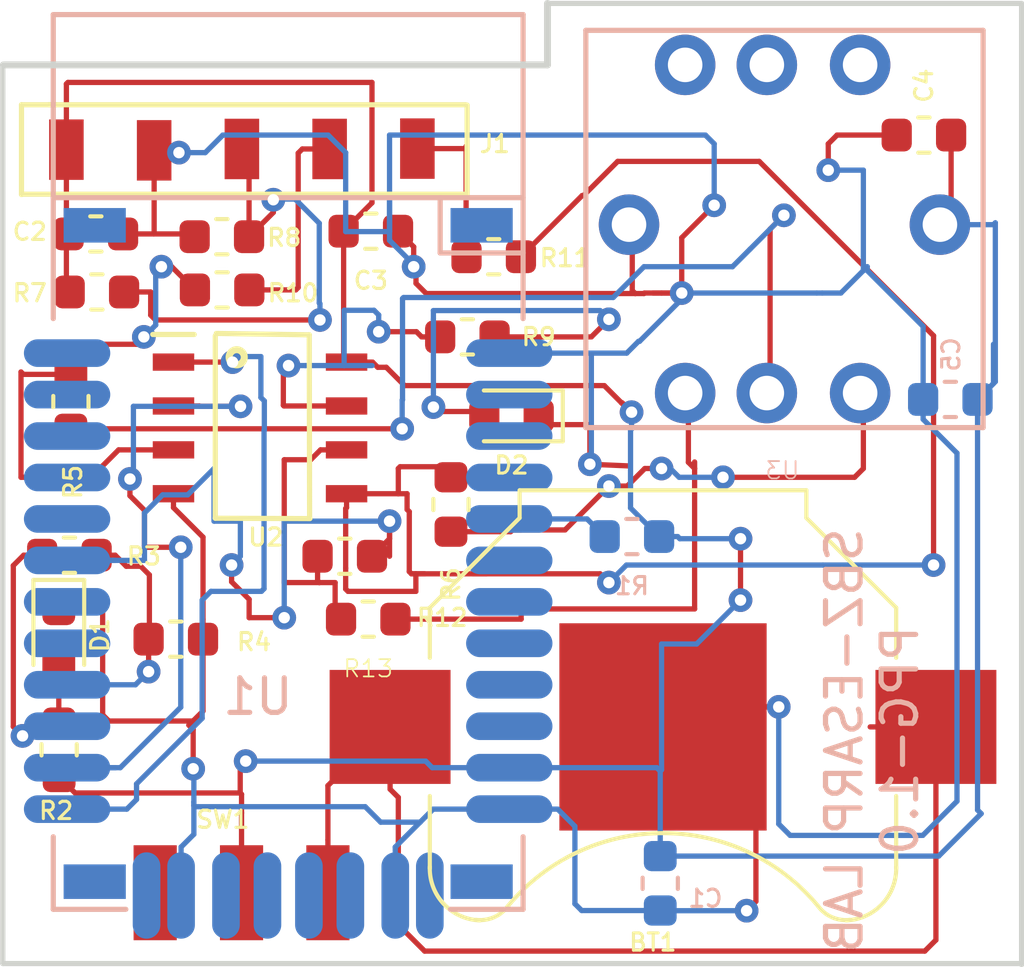
<source format=kicad_pcb>
(kicad_pcb (version 20171130) (host pcbnew "(5.0.2)-1")

  (general
    (thickness 1.6)
    (drawings 7)
    (tracks 430)
    (zones 0)
    (modules 26)
    (nets 47)
  )

  (page A4)
  (title_block
    (title "PPG Device")
    (rev V01)
    (company ESARP)
    (comment 4 "Author: Sabbir Bin Zaman")
  )

  (layers
    (0 F.Cu signal)
    (31 B.Cu signal)
    (32 B.Adhes user)
    (33 F.Adhes user)
    (34 B.Paste user)
    (35 F.Paste user)
    (36 B.SilkS user)
    (37 F.SilkS user)
    (38 B.Mask user)
    (39 F.Mask user)
    (40 Dwgs.User user)
    (41 Cmts.User user)
    (42 Eco1.User user)
    (43 Eco2.User user hide)
    (44 Edge.Cuts user)
    (45 Margin user)
    (46 B.CrtYd user)
    (47 F.CrtYd user)
    (48 B.Fab user)
    (49 F.Fab user)
  )

  (setup
    (last_trace_width 0.1524)
    (trace_clearance 0.1524)
    (zone_clearance 0.508)
    (zone_45_only no)
    (trace_min 0.1524)
    (segment_width 0.2)
    (edge_width 0.15)
    (via_size 0.6858)
    (via_drill 0.3302)
    (via_min_size 0.6858)
    (via_min_drill 0.3302)
    (uvia_size 0.6858)
    (uvia_drill 0.3302)
    (uvias_allowed no)
    (uvia_min_size 0.2)
    (uvia_min_drill 0.1)
    (pcb_text_width 0.3)
    (pcb_text_size 1.5 1.5)
    (mod_edge_width 0.15)
    (mod_text_size 1 1)
    (mod_text_width 0.15)
    (pad_size 0.875 0.95)
    (pad_drill 0)
    (pad_to_mask_clearance 0.0508)
    (aux_axis_origin 0 0)
    (visible_elements 7FFFFFFF)
    (pcbplotparams
      (layerselection 0x010f0_ffffffff)
      (usegerberextensions true)
      (usegerberattributes false)
      (usegerberadvancedattributes false)
      (creategerberjobfile false)
      (excludeedgelayer true)
      (linewidth 0.100000)
      (plotframeref false)
      (viasonmask false)
      (mode 1)
      (useauxorigin false)
      (hpglpennumber 1)
      (hpglpenspeed 20)
      (hpglpendiameter 15.000000)
      (psnegative false)
      (psa4output false)
      (plotreference true)
      (plotvalue false)
      (plotinvisibletext false)
      (padsonsilk false)
      (subtractmaskfromsilk false)
      (outputformat 1)
      (mirror false)
      (drillshape 0)
      (scaleselection 1)
      (outputdirectory "Gerber_output/Gerber_Final/"))
  )

  (net 0 "")
  (net 1 "Net-(BT1-Pad1)")
  (net 2 GND)
  (net 3 /VDD)
  (net 4 "Net-(D1-Pad2)")
  (net 5 "Net-(D2-Pad2)")
  (net 6 /~BT_RESET)
  (net 7 "Net-(R3-Pad1)")
  (net 8 "Net-(R3-Pad2)")
  (net 9 /SCL)
  (net 10 "Net-(R10-Pad1)")
  (net 11 "Net-(R11-Pad2)")
  (net 12 /SDA)
  (net 13 "Net-(J1-Pad3)")
  (net 14 "Net-(R9-Pad2)")
  (net 15 /SCLK)
  (net 16 /SDAT)
  (net 17 /BT_status)
  (net 18 "Net-(R12-Pad2)")
  (net 19 "Net-(U1-Pad2)")
  (net 20 "Net-(U1-Pad3)")
  (net 21 "Net-(U1-Pad4)")
  (net 22 "Net-(U1-Pad6)")
  (net 23 "Net-(U1-Pad7)")
  (net 24 "Net-(U1-Pad8)")
  (net 25 "Net-(U1-Pad9)")
  (net 26 "Net-(U1-Pad10)")
  (net 27 "Net-(U1-Pad35)")
  (net 28 "Net-(U1-Pad34)")
  (net 29 "Net-(U1-Pad33)")
  (net 30 "Net-(U1-Pad32)")
  (net 31 "Net-(U1-Pad31)")
  (net 32 "Net-(U1-Pad30)")
  (net 33 /TxD)
  (net 34 /RxD)
  (net 35 "Net-(U1-Pad17)")
  (net 36 "Net-(U1-Pad18)")
  (net 37 "Net-(U1-Pad20)")
  (net 38 "Net-(U1-Pad21)")
  (net 39 "Net-(U1-Pad22)")
  (net 40 "Net-(U1-Pad23)")
  (net 41 "Net-(U1-Pad24)")
  (net 42 "Net-(U1-Pad36)")
  (net 43 "Net-(U3-Pad6)")
  (net 44 "Net-(U3-Pad7)")
  (net 45 "Net-(U3-Pad8)")
  (net 46 /INT)

  (net_class Default "This is the default net class."
    (clearance 0.1524)
    (trace_width 0.1524)
    (via_dia 0.6858)
    (via_drill 0.3302)
    (uvia_dia 0.6858)
    (uvia_drill 0.3302)
    (add_net /BT_status)
    (add_net /INT)
    (add_net /RxD)
    (add_net /SCL)
    (add_net /SCLK)
    (add_net /SDA)
    (add_net /SDAT)
    (add_net /TxD)
    (add_net /VDD)
    (add_net /~BT_RESET)
    (add_net GND)
    (add_net "Net-(BT1-Pad1)")
    (add_net "Net-(D1-Pad2)")
    (add_net "Net-(D2-Pad2)")
    (add_net "Net-(J1-Pad3)")
    (add_net "Net-(R10-Pad1)")
    (add_net "Net-(R11-Pad2)")
    (add_net "Net-(R12-Pad2)")
    (add_net "Net-(R3-Pad1)")
    (add_net "Net-(R3-Pad2)")
    (add_net "Net-(R9-Pad2)")
    (add_net "Net-(U1-Pad10)")
    (add_net "Net-(U1-Pad17)")
    (add_net "Net-(U1-Pad18)")
    (add_net "Net-(U1-Pad2)")
    (add_net "Net-(U1-Pad20)")
    (add_net "Net-(U1-Pad21)")
    (add_net "Net-(U1-Pad22)")
    (add_net "Net-(U1-Pad23)")
    (add_net "Net-(U1-Pad24)")
    (add_net "Net-(U1-Pad3)")
    (add_net "Net-(U1-Pad30)")
    (add_net "Net-(U1-Pad31)")
    (add_net "Net-(U1-Pad32)")
    (add_net "Net-(U1-Pad33)")
    (add_net "Net-(U1-Pad34)")
    (add_net "Net-(U1-Pad35)")
    (add_net "Net-(U1-Pad36)")
    (add_net "Net-(U1-Pad4)")
    (add_net "Net-(U1-Pad6)")
    (add_net "Net-(U1-Pad7)")
    (add_net "Net-(U1-Pad8)")
    (add_net "Net-(U1-Pad9)")
    (add_net "Net-(U3-Pad6)")
    (add_net "Net-(U3-Pad7)")
    (add_net "Net-(U3-Pad8)")
  )

  (module PPG_Cypress_target:BatteryHolder_Keystone_3000_1x12mm_GND_6X6 (layer F.Cu) (tedit 5CF54293) (tstamp 5CED3F77)
    (at 125.01 112.89)
    (descr http://www.keyelco.com/product-pdf.cfm?p=777)
    (tags "Keystone type 3000 coin cell retainer")
    (path /5CE33C0E)
    (attr smd)
    (fp_text reference BT1 (at -0.296 6.236) (layer F.SilkS)
      (effects (font (size 0.5 0.5) (thickness 0.0889)))
    )
    (fp_text value "Coin_Cell: 3V" (at -0.14 -3.96) (layer F.Fab) hide
      (effects (font (size 1 1) (thickness 0.15)))
    )
    (fp_line (start -4 -6.7) (end 4 -6.7) (layer F.Fab) (width 0.1))
    (fp_line (start -4 -6.7) (end -4 -6) (layer F.Fab) (width 0.1))
    (fp_line (start 4 -6.7) (end 4 -6) (layer F.Fab) (width 0.1))
    (fp_line (start -4 -6) (end -6.6 -3.4) (layer F.Fab) (width 0.1))
    (fp_line (start 4 -6) (end 6.6 -3.4) (layer F.Fab) (width 0.1))
    (fp_line (start -6.6 -3.4) (end -6.6 4.1) (layer F.Fab) (width 0.1))
    (fp_line (start 6.6 -3.4) (end 6.6 4.1) (layer F.Fab) (width 0.1))
    (fp_arc (start -5.25 4.1) (end -5.3 5.45) (angle 90) (layer F.Fab) (width 0.1))
    (fp_line (start 10.15 2.15) (end 7.25 2.15) (layer F.CrtYd) (width 0.05))
    (fp_line (start 10.15 -2.15) (end 10.15 2.15) (layer F.CrtYd) (width 0.05))
    (fp_line (start 7.25 -2.15) (end 10.15 -2.15) (layer F.CrtYd) (width 0.05))
    (fp_line (start -10.15 2.15) (end -7.25 2.15) (layer F.CrtYd) (width 0.05))
    (fp_line (start -10.15 -2.15) (end -10.15 2.15) (layer F.CrtYd) (width 0.05))
    (fp_line (start -7.25 -2.15) (end -10.15 -2.15) (layer F.CrtYd) (width 0.05))
    (fp_line (start 6.75 -3.45) (end 6.75 -2) (layer F.SilkS) (width 0.12))
    (fp_line (start 4.15 -6.05) (end 6.75 -3.45) (layer F.SilkS) (width 0.12))
    (fp_line (start 4.15 -6.85) (end 4.15 -6.05) (layer F.SilkS) (width 0.12))
    (fp_line (start -4.15 -6.85) (end 4.15 -6.85) (layer F.SilkS) (width 0.12))
    (fp_line (start -4.15 -6.05) (end -4.15 -6.85) (layer F.SilkS) (width 0.12))
    (fp_line (start -6.75 -3.45) (end -4.15 -6.05) (layer F.SilkS) (width 0.12))
    (fp_line (start -6.75 -2) (end -6.75 -3.45) (layer F.SilkS) (width 0.12))
    (fp_line (start -7.25 -2.15) (end -7.25 -3.8) (layer F.CrtYd) (width 0.05))
    (fp_line (start -7.25 -3.8) (end -4.65 -6.4) (layer F.CrtYd) (width 0.05))
    (fp_line (start -4.65 -6.4) (end -4.65 -7.35) (layer F.CrtYd) (width 0.05))
    (fp_line (start -4.65 -7.35) (end 4.65 -7.35) (layer F.CrtYd) (width 0.05))
    (fp_line (start 4.65 -6.4) (end 4.65 -7.35) (layer F.CrtYd) (width 0.05))
    (fp_line (start 7.25 -3.8) (end 4.65 -6.4) (layer F.CrtYd) (width 0.05))
    (fp_line (start 7.25 -2.15) (end 7.25 -3.8) (layer F.CrtYd) (width 0.05))
    (fp_arc (start 5.25 4.1) (end 5.3 5.45) (angle -90) (layer F.Fab) (width 0.1))
    (fp_line (start -6.75 2) (end -6.75 4.1) (layer F.SilkS) (width 0.12))
    (fp_line (start 6.75 2) (end 6.75 4.1) (layer F.SilkS) (width 0.12))
    (fp_line (start 7.25 2.15) (end 7.25 4.1) (layer F.CrtYd) (width 0.05))
    (fp_line (start -7.25 2.15) (end -7.25 4.1) (layer F.CrtYd) (width 0.05))
    (fp_arc (start -5.25 4.1) (end -5.3 5.6) (angle 90) (layer F.SilkS) (width 0.12))
    (fp_arc (start 5.25 4.1) (end 5.3 5.6) (angle -90) (layer F.SilkS) (width 0.12))
    (fp_arc (start -5.25 4.1) (end -5.3 6.1) (angle 90) (layer F.CrtYd) (width 0.05))
    (fp_arc (start 0 8.9) (end -4.6 5.1) (angle 101) (layer F.Fab) (width 0.1))
    (fp_arc (start -5.29 4.6) (end -4.6 5.1) (angle 60) (layer F.Fab) (width 0.1))
    (fp_arc (start 5.29 4.6) (end 4.6 5.1) (angle -60) (layer F.Fab) (width 0.1))
    (fp_arc (start 0 8.9) (end -4.5 5.2) (angle 101) (layer F.SilkS) (width 0.12))
    (fp_arc (start -5.29 4.6) (end -4.5 5.2) (angle 60) (layer F.SilkS) (width 0.12))
    (fp_arc (start 5.29 4.6) (end 4.5 5.2) (angle -60) (layer F.SilkS) (width 0.12))
    (fp_circle (center 0 0) (end 0 6.25) (layer Dwgs.User) (width 0.15))
    (fp_arc (start -5.29 4.6) (end -4.22 5.65) (angle 54.1) (layer F.CrtYd) (width 0.05))
    (fp_arc (start 5.29 4.6) (end 4.22 5.65) (angle -54.1) (layer F.CrtYd) (width 0.05))
    (fp_arc (start 5.25 4.1) (end 5.3 6.1) (angle -90) (layer F.CrtYd) (width 0.05))
    (fp_arc (start 0 0) (end 0 6.75) (angle -36.6) (layer F.CrtYd) (width 0.05))
    (fp_arc (start 0.11 9.15) (end -4.22 5.65) (angle 3.1) (layer F.CrtYd) (width 0.05))
    (fp_arc (start 0.11 9.15) (end 4.22 5.65) (angle -3.1) (layer F.CrtYd) (width 0.05))
    (fp_arc (start 0 0) (end 0 6.75) (angle 36.6) (layer F.CrtYd) (width 0.05))
    (fp_text user %R (at 0 0) (layer F.Fab)
      (effects (font (size 1 1) (thickness 0.15)))
    )
    (pad 2 smd rect (at 0 0) (size 6 6) (layers F.Cu F.Mask)
      (net 2 GND))
    (pad 1 smd rect (at 7.9 0) (size 3.5 3.3) (layers F.Cu F.Paste F.Mask)
      (net 1 "Net-(BT1-Pad1)"))
    (pad 1 smd rect (at -7.9 0) (size 3.5 3.3) (layers F.Cu F.Paste F.Mask)
      (net 1 "Net-(BT1-Pad1)"))
    (model ${KISYS3DMOD}/Battery.3dshapes/BatteryHolder_Keystone_3000_1x12mm.wrl
      (at (xyz 0 0 0))
      (scale (xyz 1 1 1))
      (rotate (xyz 0 0 0))
    )
  )

  (module Resistor_SMD:R_0603_1608Metric (layer F.Cu) (tedit 5CEC4F46) (tstamp 5CED2D22)
    (at 115.7985 107.95 180)
    (descr "Resistor SMD 0603 (1608 Metric), square (rectangular) end terminal, IPC_7351 nominal, (Body size source: http://www.tortai-tech.com/upload/download/2011102023233369053.pdf), generated with kicad-footprint-generator")
    (tags resistor)
    (path /5CEC9154)
    (attr smd)
    (fp_text reference R12 (at -2.8195 -1.778 180) (layer F.SilkS)
      (effects (font (size 0.5 0.5) (thickness 0.0889)))
    )
    (fp_text value DNP/0 (at 0 1.43 180) (layer F.Fab) hide
      (effects (font (size 1 1) (thickness 0.15)))
    )
    (fp_line (start -0.8 0.4) (end -0.8 -0.4) (layer F.Fab) (width 0.1))
    (fp_line (start -0.8 -0.4) (end 0.8 -0.4) (layer F.Fab) (width 0.1))
    (fp_line (start 0.8 -0.4) (end 0.8 0.4) (layer F.Fab) (width 0.1))
    (fp_line (start 0.8 0.4) (end -0.8 0.4) (layer F.Fab) (width 0.1))
    (fp_line (start -0.162779 -0.51) (end 0.162779 -0.51) (layer F.SilkS) (width 0.12))
    (fp_line (start -0.162779 0.51) (end 0.162779 0.51) (layer F.SilkS) (width 0.12))
    (fp_line (start -1.48 0.73) (end -1.48 -0.73) (layer F.CrtYd) (width 0.05))
    (fp_line (start -1.48 -0.73) (end 1.48 -0.73) (layer F.CrtYd) (width 0.05))
    (fp_line (start 1.48 -0.73) (end 1.48 0.73) (layer F.CrtYd) (width 0.05))
    (fp_line (start 1.48 0.73) (end -1.48 0.73) (layer F.CrtYd) (width 0.05))
    (fp_text user %R (at 0 0 180) (layer F.Fab)
      (effects (font (size 0.4 0.4) (thickness 0.06)))
    )
    (pad 1 smd roundrect (at -0.7875 0 180) (size 0.875 0.95) (layers F.Cu F.Paste F.Mask) (roundrect_rratio 0.25)
      (net 17 /BT_status))
    (pad 2 smd roundrect (at 0.7875 0 180) (size 0.875 0.95) (layers F.Cu F.Paste F.Mask) (roundrect_rratio 0.25)
      (net 18 "Net-(R12-Pad2)"))
    (model ${KISYS3DMOD}/Resistor_SMD.3dshapes/R_0603_1608Metric.wrl
      (at (xyz 0 0 0))
      (scale (xyz 1 1 1))
      (rotate (xyz 0 0 0))
    )
  )

  (module Capacitor_SMD:C_0603_1608Metric (layer B.Cu) (tedit 5CEC4F7F) (tstamp 5CED4E7A)
    (at 124.93 117.4175 270)
    (descr "Capacitor SMD 0603 (1608 Metric), square (rectangular) end terminal, IPC_7351 nominal, (Body size source: http://www.tortai-tech.com/upload/download/2011102023233369053.pdf), generated with kicad-footprint-generator")
    (tags capacitor)
    (path /5CE52D4F)
    (attr smd)
    (fp_text reference C1 (at 0.4385 -1.308 180) (layer B.SilkS)
      (effects (font (size 0.5 0.5) (thickness 0.0889)) (justify mirror))
    )
    (fp_text value 10uF (at 0 -1.43 270) (layer B.Fab) hide
      (effects (font (size 1 1) (thickness 0.15)) (justify mirror))
    )
    (fp_text user %R (at 0 0 270) (layer B.Fab)
      (effects (font (size 0.4 0.4) (thickness 0.06)) (justify mirror))
    )
    (fp_line (start 1.48 -0.73) (end -1.48 -0.73) (layer B.CrtYd) (width 0.05))
    (fp_line (start 1.48 0.73) (end 1.48 -0.73) (layer B.CrtYd) (width 0.05))
    (fp_line (start -1.48 0.73) (end 1.48 0.73) (layer B.CrtYd) (width 0.05))
    (fp_line (start -1.48 -0.73) (end -1.48 0.73) (layer B.CrtYd) (width 0.05))
    (fp_line (start -0.162779 -0.51) (end 0.162779 -0.51) (layer B.SilkS) (width 0.12))
    (fp_line (start -0.162779 0.51) (end 0.162779 0.51) (layer B.SilkS) (width 0.12))
    (fp_line (start 0.8 -0.4) (end -0.8 -0.4) (layer B.Fab) (width 0.1))
    (fp_line (start 0.8 0.4) (end 0.8 -0.4) (layer B.Fab) (width 0.1))
    (fp_line (start -0.8 0.4) (end 0.8 0.4) (layer B.Fab) (width 0.1))
    (fp_line (start -0.8 -0.4) (end -0.8 0.4) (layer B.Fab) (width 0.1))
    (pad 2 smd roundrect (at 0.7875 0 270) (size 0.875 0.95) (layers B.Cu B.Paste B.Mask) (roundrect_rratio 0.25)
      (net 2 GND))
    (pad 1 smd roundrect (at -0.7875 0 270) (size 0.875 0.95) (layers B.Cu B.Paste B.Mask) (roundrect_rratio 0.25)
      (net 3 /VDD))
    (model ${KISYS3DMOD}/Capacitor_SMD.3dshapes/C_0603_1608Metric.wrl
      (at (xyz 0 0 0))
      (scale (xyz 1 1 1))
      (rotate (xyz 0 0 0))
    )
  )

  (module Capacitor_SMD:C_0603_1608Metric (layer F.Cu) (tedit 5CEC4DD5) (tstamp 5CED3220)
    (at 108.5925 98.62)
    (descr "Capacitor SMD 0603 (1608 Metric), square (rectangular) end terminal, IPC_7351 nominal, (Body size source: http://www.tortai-tech.com/upload/download/2011102023233369053.pdf), generated with kicad-footprint-generator")
    (tags capacitor)
    (path /5CEA1FD6)
    (attr smd)
    (fp_text reference C2 (at -1.9125 -0.068 180) (layer F.SilkS)
      (effects (font (size 0.5 0.5) (thickness 0.0889)))
    )
    (fp_text value 10uF (at 0 1.43) (layer F.Fab)
      (effects (font (size 1 1) (thickness 0.15)))
    )
    (fp_line (start -0.8 0.4) (end -0.8 -0.4) (layer F.Fab) (width 0.1))
    (fp_line (start -0.8 -0.4) (end 0.8 -0.4) (layer F.Fab) (width 0.1))
    (fp_line (start 0.8 -0.4) (end 0.8 0.4) (layer F.Fab) (width 0.1))
    (fp_line (start 0.8 0.4) (end -0.8 0.4) (layer F.Fab) (width 0.1))
    (fp_line (start -0.162779 -0.51) (end 0.162779 -0.51) (layer F.SilkS) (width 0.12))
    (fp_line (start -0.162779 0.51) (end 0.162779 0.51) (layer F.SilkS) (width 0.12))
    (fp_line (start -1.48 0.73) (end -1.48 -0.73) (layer F.CrtYd) (width 0.05))
    (fp_line (start -1.48 -0.73) (end 1.48 -0.73) (layer F.CrtYd) (width 0.05))
    (fp_line (start 1.48 -0.73) (end 1.48 0.73) (layer F.CrtYd) (width 0.05))
    (fp_line (start 1.48 0.73) (end -1.48 0.73) (layer F.CrtYd) (width 0.05))
    (fp_text user %R (at 0 0) (layer F.Fab)
      (effects (font (size 0.4 0.4) (thickness 0.06)))
    )
    (pad 1 smd roundrect (at -0.7875 0) (size 0.875 0.95) (layers F.Cu F.Paste F.Mask) (roundrect_rratio 0.25)
      (net 3 /VDD))
    (pad 2 smd roundrect (at 0.7875 0) (size 0.875 0.95) (layers F.Cu F.Paste F.Mask) (roundrect_rratio 0.25)
      (net 2 GND))
    (model ${KISYS3DMOD}/Capacitor_SMD.3dshapes/C_0603_1608Metric.wrl
      (at (xyz 0 0 0))
      (scale (xyz 1 1 1))
      (rotate (xyz 0 0 0))
    )
  )

  (module Capacitor_SMD:C_0603_1608Metric (layer F.Cu) (tedit 5CEC4E08) (tstamp 5CED31F0)
    (at 116.5525 98.54 180)
    (descr "Capacitor SMD 0603 (1608 Metric), square (rectangular) end terminal, IPC_7351 nominal, (Body size source: http://www.tortai-tech.com/upload/download/2011102023233369053.pdf), generated with kicad-footprint-generator")
    (tags capacitor)
    (path /5CE74EF1)
    (attr smd)
    (fp_text reference C3 (at 0 -1.43 180) (layer F.SilkS)
      (effects (font (size 0.5 0.5) (thickness 0.0889)))
    )
    (fp_text value 10uF (at 0 1.43 180) (layer F.Fab) hide
      (effects (font (size 1 1) (thickness 0.15)))
    )
    (fp_text user %R (at 0 0 180) (layer F.Fab)
      (effects (font (size 0.4 0.4) (thickness 0.06)))
    )
    (fp_line (start 1.48 0.73) (end -1.48 0.73) (layer F.CrtYd) (width 0.05))
    (fp_line (start 1.48 -0.73) (end 1.48 0.73) (layer F.CrtYd) (width 0.05))
    (fp_line (start -1.48 -0.73) (end 1.48 -0.73) (layer F.CrtYd) (width 0.05))
    (fp_line (start -1.48 0.73) (end -1.48 -0.73) (layer F.CrtYd) (width 0.05))
    (fp_line (start -0.162779 0.51) (end 0.162779 0.51) (layer F.SilkS) (width 0.12))
    (fp_line (start -0.162779 -0.51) (end 0.162779 -0.51) (layer F.SilkS) (width 0.12))
    (fp_line (start 0.8 0.4) (end -0.8 0.4) (layer F.Fab) (width 0.1))
    (fp_line (start 0.8 -0.4) (end 0.8 0.4) (layer F.Fab) (width 0.1))
    (fp_line (start -0.8 -0.4) (end 0.8 -0.4) (layer F.Fab) (width 0.1))
    (fp_line (start -0.8 0.4) (end -0.8 -0.4) (layer F.Fab) (width 0.1))
    (pad 2 smd roundrect (at 0.7875 0 180) (size 0.875 0.95) (layers F.Cu F.Paste F.Mask) (roundrect_rratio 0.25)
      (net 3 /VDD))
    (pad 1 smd roundrect (at -0.7875 0 180) (size 0.875 0.95) (layers F.Cu F.Paste F.Mask) (roundrect_rratio 0.25)
      (net 2 GND))
    (model ${KISYS3DMOD}/Capacitor_SMD.3dshapes/C_0603_1608Metric.wrl
      (at (xyz 0 0 0))
      (scale (xyz 1 1 1))
      (rotate (xyz 0 0 0))
    )
  )

  (module Capacitor_SMD:C_0603_1608Metric (layer F.Cu) (tedit 5CEC4FAB) (tstamp 5CED300A)
    (at 132.5625 95.758)
    (descr "Capacitor SMD 0603 (1608 Metric), square (rectangular) end terminal, IPC_7351 nominal, (Body size source: http://www.tortai-tech.com/upload/download/2011102023233369053.pdf), generated with kicad-footprint-generator")
    (tags capacitor)
    (path /5CED4B2B)
    (attr smd)
    (fp_text reference C4 (at 0 -1.43 90) (layer F.SilkS)
      (effects (font (size 0.5 0.5) (thickness 0.0889)))
    )
    (fp_text value 10uF (at 0 1.43) (layer F.Fab) hide
      (effects (font (size 1 1) (thickness 0.15)))
    )
    (fp_line (start -0.8 0.4) (end -0.8 -0.4) (layer F.Fab) (width 0.1))
    (fp_line (start -0.8 -0.4) (end 0.8 -0.4) (layer F.Fab) (width 0.1))
    (fp_line (start 0.8 -0.4) (end 0.8 0.4) (layer F.Fab) (width 0.1))
    (fp_line (start 0.8 0.4) (end -0.8 0.4) (layer F.Fab) (width 0.1))
    (fp_line (start -0.162779 -0.51) (end 0.162779 -0.51) (layer F.SilkS) (width 0.12))
    (fp_line (start -0.162779 0.51) (end 0.162779 0.51) (layer F.SilkS) (width 0.12))
    (fp_line (start -1.48 0.73) (end -1.48 -0.73) (layer F.CrtYd) (width 0.05))
    (fp_line (start -1.48 -0.73) (end 1.48 -0.73) (layer F.CrtYd) (width 0.05))
    (fp_line (start 1.48 -0.73) (end 1.48 0.73) (layer F.CrtYd) (width 0.05))
    (fp_line (start 1.48 0.73) (end -1.48 0.73) (layer F.CrtYd) (width 0.05))
    (fp_text user %R (at 0 0) (layer F.Fab)
      (effects (font (size 0.4 0.4) (thickness 0.06)))
    )
    (pad 1 smd roundrect (at -0.7875 0) (size 0.875 0.95) (layers F.Cu F.Paste F.Mask) (roundrect_rratio 0.25)
      (net 2 GND))
    (pad 2 smd roundrect (at 0.7875 0) (size 0.875 0.95) (layers F.Cu F.Paste F.Mask) (roundrect_rratio 0.25)
      (net 3 /VDD))
    (model ${KISYS3DMOD}/Capacitor_SMD.3dshapes/C_0603_1608Metric.wrl
      (at (xyz 0 0 0))
      (scale (xyz 1 1 1))
      (rotate (xyz 0 0 0))
    )
  )

  (module Capacitor_SMD:C_0603_1608Metric (layer B.Cu) (tedit 5CEC4FBC) (tstamp 5CED2E39)
    (at 133.3275 103.41 180)
    (descr "Capacitor SMD 0603 (1608 Metric), square (rectangular) end terminal, IPC_7351 nominal, (Body size source: http://www.tortai-tech.com/upload/download/2011102023233369053.pdf), generated with kicad-footprint-generator")
    (tags capacitor)
    (path /5CE5FF71)
    (attr smd)
    (fp_text reference C5 (at -0.0225 1.302 270) (layer B.SilkS)
      (effects (font (size 0.5 0.5) (thickness 0.0889)) (justify mirror))
    )
    (fp_text value 10uF (at 0 -1.43 180) (layer B.Fab) hide
      (effects (font (size 1 1) (thickness 0.15)) (justify mirror))
    )
    (fp_line (start -0.8 -0.4) (end -0.8 0.4) (layer B.Fab) (width 0.1))
    (fp_line (start -0.8 0.4) (end 0.8 0.4) (layer B.Fab) (width 0.1))
    (fp_line (start 0.8 0.4) (end 0.8 -0.4) (layer B.Fab) (width 0.1))
    (fp_line (start 0.8 -0.4) (end -0.8 -0.4) (layer B.Fab) (width 0.1))
    (fp_line (start -0.162779 0.51) (end 0.162779 0.51) (layer B.SilkS) (width 0.12))
    (fp_line (start -0.162779 -0.51) (end 0.162779 -0.51) (layer B.SilkS) (width 0.12))
    (fp_line (start -1.48 -0.73) (end -1.48 0.73) (layer B.CrtYd) (width 0.05))
    (fp_line (start -1.48 0.73) (end 1.48 0.73) (layer B.CrtYd) (width 0.05))
    (fp_line (start 1.48 0.73) (end 1.48 -0.73) (layer B.CrtYd) (width 0.05))
    (fp_line (start 1.48 -0.73) (end -1.48 -0.73) (layer B.CrtYd) (width 0.05))
    (fp_text user %R (at 0 0 180) (layer B.Fab)
      (effects (font (size 0.4 0.4) (thickness 0.06)) (justify mirror))
    )
    (pad 1 smd roundrect (at -0.7875 0 180) (size 0.875 0.95) (layers B.Cu B.Paste B.Mask) (roundrect_rratio 0.25)
      (net 3 /VDD))
    (pad 2 smd roundrect (at 0.7875 0 180) (size 0.875 0.95) (layers B.Cu B.Paste B.Mask) (roundrect_rratio 0.25)
      (net 2 GND))
    (model ${KISYS3DMOD}/Capacitor_SMD.3dshapes/C_0603_1608Metric.wrl
      (at (xyz 0 0 0))
      (scale (xyz 1 1 1))
      (rotate (xyz 0 0 0))
    )
  )

  (module LED_SMD:LED_0603_1608Metric_Pad1.05x0.95mm_HandSolder (layer F.Cu) (tedit 5CEC4EAF) (tstamp 5CED2FD6)
    (at 107.52 110.295 270)
    (descr "LED SMD 0603 (1608 Metric), square (rectangular) end terminal, IPC_7351 nominal, (Body size source: http://www.tortai-tech.com/upload/download/2011102023233369053.pdf), generated with kicad-footprint-generator")
    (tags "LED handsolder")
    (path /5CEAE477)
    (attr smd)
    (fp_text reference D1 (at -0.059 -1.192 90) (layer F.SilkS)
      (effects (font (size 0.5 0.5) (thickness 0.0889)))
    )
    (fp_text value LED (at 0 1.43 270) (layer F.Fab) hide
      (effects (font (size 1 1) (thickness 0.15)))
    )
    (fp_line (start 0.8 -0.4) (end -0.5 -0.4) (layer F.Fab) (width 0.1))
    (fp_line (start -0.5 -0.4) (end -0.8 -0.1) (layer F.Fab) (width 0.1))
    (fp_line (start -0.8 -0.1) (end -0.8 0.4) (layer F.Fab) (width 0.1))
    (fp_line (start -0.8 0.4) (end 0.8 0.4) (layer F.Fab) (width 0.1))
    (fp_line (start 0.8 0.4) (end 0.8 -0.4) (layer F.Fab) (width 0.1))
    (fp_line (start 0.8 -0.735) (end -1.66 -0.735) (layer F.SilkS) (width 0.12))
    (fp_line (start -1.66 -0.735) (end -1.66 0.735) (layer F.SilkS) (width 0.12))
    (fp_line (start -1.66 0.735) (end 0.8 0.735) (layer F.SilkS) (width 0.12))
    (fp_line (start -1.65 0.73) (end -1.65 -0.73) (layer F.CrtYd) (width 0.05))
    (fp_line (start -1.65 -0.73) (end 1.65 -0.73) (layer F.CrtYd) (width 0.05))
    (fp_line (start 1.65 -0.73) (end 1.65 0.73) (layer F.CrtYd) (width 0.05))
    (fp_line (start 1.65 0.73) (end -1.65 0.73) (layer F.CrtYd) (width 0.05))
    (fp_text user %R (at 0 0 270) (layer F.Fab)
      (effects (font (size 0.4 0.4) (thickness 0.06)))
    )
    (pad 1 smd roundrect (at -0.875 0 270) (size 1.05 0.95) (layers F.Cu F.Paste F.Mask) (roundrect_rratio 0.25)
      (net 2 GND))
    (pad 2 smd roundrect (at 0.875 0 270) (size 1.05 0.95) (layers F.Cu F.Paste F.Mask) (roundrect_rratio 0.25)
      (net 4 "Net-(D1-Pad2)"))
    (model ${KISYS3DMOD}/LED_SMD.3dshapes/LED_0603_1608Metric.wrl
      (at (xyz 0 0 0))
      (scale (xyz 1 1 1))
      (rotate (xyz 0 0 0))
    )
  )

  (module LED_SMD:LED_0603_1608Metric (layer F.Cu) (tedit 5CEC4EF7) (tstamp 5CED312C)
    (at 120.6245 103.886 180)
    (descr "LED SMD 0603 (1608 Metric), square (rectangular) end terminal, IPC_7351 nominal, (Body size source: http://www.tortai-tech.com/upload/download/2011102023233369053.pdf), generated with kicad-footprint-generator")
    (tags diode)
    (path /5CEEA00A)
    (attr smd)
    (fp_text reference D2 (at 0 -1.43 180) (layer F.SilkS)
      (effects (font (size 0.5 0.5) (thickness 0.0889)))
    )
    (fp_text value LED (at 0 1.43 180) (layer F.Fab)
      (effects (font (size 1 1) (thickness 0.15)))
    )
    (fp_line (start 0.8 -0.4) (end -0.5 -0.4) (layer F.Fab) (width 0.1))
    (fp_line (start -0.5 -0.4) (end -0.8 -0.1) (layer F.Fab) (width 0.1))
    (fp_line (start -0.8 -0.1) (end -0.8 0.4) (layer F.Fab) (width 0.1))
    (fp_line (start -0.8 0.4) (end 0.8 0.4) (layer F.Fab) (width 0.1))
    (fp_line (start 0.8 0.4) (end 0.8 -0.4) (layer F.Fab) (width 0.1))
    (fp_line (start 0.8 -0.735) (end -1.485 -0.735) (layer F.SilkS) (width 0.12))
    (fp_line (start -1.485 -0.735) (end -1.485 0.735) (layer F.SilkS) (width 0.12))
    (fp_line (start -1.485 0.735) (end 0.8 0.735) (layer F.SilkS) (width 0.12))
    (fp_line (start -1.48 0.73) (end -1.48 -0.73) (layer F.CrtYd) (width 0.05))
    (fp_line (start -1.48 -0.73) (end 1.48 -0.73) (layer F.CrtYd) (width 0.05))
    (fp_line (start 1.48 -0.73) (end 1.48 0.73) (layer F.CrtYd) (width 0.05))
    (fp_line (start 1.48 0.73) (end -1.48 0.73) (layer F.CrtYd) (width 0.05))
    (fp_text user %R (at 0 0 180) (layer F.Fab)
      (effects (font (size 0.4 0.4) (thickness 0.06)))
    )
    (pad 1 smd roundrect (at -0.7875 0 180) (size 0.875 0.95) (layers F.Cu F.Paste F.Mask) (roundrect_rratio 0.25)
      (net 2 GND))
    (pad 2 smd roundrect (at 0.7875 0 180) (size 0.875 0.95) (layers F.Cu F.Paste F.Mask) (roundrect_rratio 0.25)
      (net 5 "Net-(D2-Pad2)"))
    (model ${KISYS3DMOD}/LED_SMD.3dshapes/LED_0603_1608Metric.wrl
      (at (xyz 0 0 0))
      (scale (xyz 1 1 1))
      (rotate (xyz 0 0 0))
    )
  )

  (module Resistor_SMD:R_0603_1608Metric (layer B.Cu) (tedit 5CEC4F95) (tstamp 5CED303A)
    (at 124.11 107.38)
    (descr "Resistor SMD 0603 (1608 Metric), square (rectangular) end terminal, IPC_7351 nominal, (Body size source: http://www.tortai-tech.com/upload/download/2011102023233369053.pdf), generated with kicad-footprint-generator")
    (tags resistor)
    (path /5CE34815)
    (attr smd)
    (fp_text reference R1 (at 0 1.43) (layer B.SilkS)
      (effects (font (size 0.5 0.5) (thickness 0.0889)) (justify mirror))
    )
    (fp_text value 10K (at 0 -1.43) (layer B.Fab) hide
      (effects (font (size 1 1) (thickness 0.15)) (justify mirror))
    )
    (fp_line (start -0.8 -0.4) (end -0.8 0.4) (layer B.Fab) (width 0.1))
    (fp_line (start -0.8 0.4) (end 0.8 0.4) (layer B.Fab) (width 0.1))
    (fp_line (start 0.8 0.4) (end 0.8 -0.4) (layer B.Fab) (width 0.1))
    (fp_line (start 0.8 -0.4) (end -0.8 -0.4) (layer B.Fab) (width 0.1))
    (fp_line (start -0.162779 0.51) (end 0.162779 0.51) (layer B.SilkS) (width 0.12))
    (fp_line (start -0.162779 -0.51) (end 0.162779 -0.51) (layer B.SilkS) (width 0.12))
    (fp_line (start -1.48 -0.73) (end -1.48 0.73) (layer B.CrtYd) (width 0.05))
    (fp_line (start -1.48 0.73) (end 1.48 0.73) (layer B.CrtYd) (width 0.05))
    (fp_line (start 1.48 0.73) (end 1.48 -0.73) (layer B.CrtYd) (width 0.05))
    (fp_line (start 1.48 -0.73) (end -1.48 -0.73) (layer B.CrtYd) (width 0.05))
    (fp_text user %R (at 0 0) (layer B.Fab)
      (effects (font (size 0.4 0.4) (thickness 0.06)) (justify mirror))
    )
    (pad 1 smd roundrect (at -0.7875 0) (size 0.875 0.95) (layers B.Cu B.Paste B.Mask) (roundrect_rratio 0.25)
      (net 6 /~BT_RESET))
    (pad 2 smd roundrect (at 0.7875 0) (size 0.875 0.95) (layers B.Cu B.Paste B.Mask) (roundrect_rratio 0.25)
      (net 3 /VDD))
    (model ${KISYS3DMOD}/Resistor_SMD.3dshapes/R_0603_1608Metric.wrl
      (at (xyz 0 0 0))
      (scale (xyz 1 1 1))
      (rotate (xyz 0 0 0))
    )
  )

  (module Resistor_SMD:R_0603_1608Metric (layer F.Cu) (tedit 5CEC4E8A) (tstamp 5CED66E0)
    (at 107.53 113.5525 270)
    (descr "Resistor SMD 0603 (1608 Metric), square (rectangular) end terminal, IPC_7351 nominal, (Body size source: http://www.tortai-tech.com/upload/download/2011102023233369053.pdf), generated with kicad-footprint-generator")
    (tags resistor)
    (path /5CEA719F)
    (attr smd)
    (fp_text reference R2 (at 1.7635 0.088) (layer F.SilkS)
      (effects (font (size 0.5 0.5) (thickness 0.0889)))
    )
    (fp_text value DNP/0 (at 0 1.43 270) (layer F.Fab) hide
      (effects (font (size 1 1) (thickness 0.15)))
    )
    (fp_text user %R (at 0 0 270) (layer F.Fab)
      (effects (font (size 0.4 0.4) (thickness 0.06)))
    )
    (fp_line (start 1.48 0.73) (end -1.48 0.73) (layer F.CrtYd) (width 0.05))
    (fp_line (start 1.48 -0.73) (end 1.48 0.73) (layer F.CrtYd) (width 0.05))
    (fp_line (start -1.48 -0.73) (end 1.48 -0.73) (layer F.CrtYd) (width 0.05))
    (fp_line (start -1.48 0.73) (end -1.48 -0.73) (layer F.CrtYd) (width 0.05))
    (fp_line (start -0.162779 0.51) (end 0.162779 0.51) (layer F.SilkS) (width 0.12))
    (fp_line (start -0.162779 -0.51) (end 0.162779 -0.51) (layer F.SilkS) (width 0.12))
    (fp_line (start 0.8 0.4) (end -0.8 0.4) (layer F.Fab) (width 0.1))
    (fp_line (start 0.8 -0.4) (end 0.8 0.4) (layer F.Fab) (width 0.1))
    (fp_line (start -0.8 -0.4) (end 0.8 -0.4) (layer F.Fab) (width 0.1))
    (fp_line (start -0.8 0.4) (end -0.8 -0.4) (layer F.Fab) (width 0.1))
    (pad 2 smd roundrect (at 0.7875 0 270) (size 0.875 0.95) (layers F.Cu F.Paste F.Mask) (roundrect_rratio 0.25)
      (net 3 /VDD))
    (pad 1 smd roundrect (at -0.7875 0 270) (size 0.875 0.95) (layers F.Cu F.Paste F.Mask) (roundrect_rratio 0.25)
      (net 4 "Net-(D1-Pad2)"))
    (model ${KISYS3DMOD}/Resistor_SMD.3dshapes/R_0603_1608Metric.wrl
      (at (xyz 0 0 0))
      (scale (xyz 1 1 1))
      (rotate (xyz 0 0 0))
    )
  )

  (module Resistor_SMD:R_0603_1608Metric (layer F.Cu) (tedit 5CEC4E6D) (tstamp 5CED2F74)
    (at 107.8275 107.92)
    (descr "Resistor SMD 0603 (1608 Metric), square (rectangular) end terminal, IPC_7351 nominal, (Body size source: http://www.tortai-tech.com/upload/download/2011102023233369053.pdf), generated with kicad-footprint-generator")
    (tags resistor)
    (path /5CE632A7)
    (attr smd)
    (fp_text reference R3 (at 2.1545 0.03) (layer F.SilkS)
      (effects (font (size 0.5 0.5) (thickness 0.0889)))
    )
    (fp_text value DNP/0 (at 8.15 -0.78) (layer F.Fab) hide
      (effects (font (size 1 1) (thickness 0.15)))
    )
    (fp_line (start -0.8 0.4) (end -0.8 -0.4) (layer F.Fab) (width 0.1))
    (fp_line (start -0.8 -0.4) (end 0.8 -0.4) (layer F.Fab) (width 0.1))
    (fp_line (start 0.8 -0.4) (end 0.8 0.4) (layer F.Fab) (width 0.1))
    (fp_line (start 0.8 0.4) (end -0.8 0.4) (layer F.Fab) (width 0.1))
    (fp_line (start -0.162779 -0.51) (end 0.162779 -0.51) (layer F.SilkS) (width 0.12))
    (fp_line (start -0.162779 0.51) (end 0.162779 0.51) (layer F.SilkS) (width 0.12))
    (fp_line (start -1.48 0.73) (end -1.48 -0.73) (layer F.CrtYd) (width 0.05))
    (fp_line (start -1.48 -0.73) (end 1.48 -0.73) (layer F.CrtYd) (width 0.05))
    (fp_line (start 1.48 -0.73) (end 1.48 0.73) (layer F.CrtYd) (width 0.05))
    (fp_line (start 1.48 0.73) (end -1.48 0.73) (layer F.CrtYd) (width 0.05))
    (fp_text user %R (at 0 0) (layer F.Fab)
      (effects (font (size 0.4 0.4) (thickness 0.06)))
    )
    (pad 1 smd roundrect (at -0.7875 0) (size 0.875 0.95) (layers F.Cu F.Paste F.Mask) (roundrect_rratio 0.25)
      (net 7 "Net-(R3-Pad1)"))
    (pad 2 smd roundrect (at 0.7875 0) (size 0.875 0.95) (layers F.Cu F.Paste F.Mask) (roundrect_rratio 0.25)
      (net 8 "Net-(R3-Pad2)"))
    (model ${KISYS3DMOD}/Resistor_SMD.3dshapes/R_0603_1608Metric.wrl
      (at (xyz 0 0 0))
      (scale (xyz 1 1 1))
      (rotate (xyz 0 0 0))
    )
  )

  (module Resistor_SMD:R_0603_1608Metric (layer F.Cu) (tedit 5CEC4F4C) (tstamp 5CED2E09)
    (at 110.9075 110.35 180)
    (descr "Resistor SMD 0603 (1608 Metric), square (rectangular) end terminal, IPC_7351 nominal, (Body size source: http://www.tortai-tech.com/upload/download/2011102023233369053.pdf), generated with kicad-footprint-generator")
    (tags resistor)
    (path /5CE5B642)
    (attr smd)
    (fp_text reference R4 (at -2.2625 -0.08 180) (layer F.SilkS)
      (effects (font (size 0.5 0.5) (thickness 0.0889)))
    )
    (fp_text value DNP/0 (at 0 1.43 180) (layer F.Fab) hide
      (effects (font (size 1 1) (thickness 0.15)))
    )
    (fp_line (start -0.8 0.4) (end -0.8 -0.4) (layer F.Fab) (width 0.1))
    (fp_line (start -0.8 -0.4) (end 0.8 -0.4) (layer F.Fab) (width 0.1))
    (fp_line (start 0.8 -0.4) (end 0.8 0.4) (layer F.Fab) (width 0.1))
    (fp_line (start 0.8 0.4) (end -0.8 0.4) (layer F.Fab) (width 0.1))
    (fp_line (start -0.162779 -0.51) (end 0.162779 -0.51) (layer F.SilkS) (width 0.12))
    (fp_line (start -0.162779 0.51) (end 0.162779 0.51) (layer F.SilkS) (width 0.12))
    (fp_line (start -1.48 0.73) (end -1.48 -0.73) (layer F.CrtYd) (width 0.05))
    (fp_line (start -1.48 -0.73) (end 1.48 -0.73) (layer F.CrtYd) (width 0.05))
    (fp_line (start 1.48 -0.73) (end 1.48 0.73) (layer F.CrtYd) (width 0.05))
    (fp_line (start 1.48 0.73) (end -1.48 0.73) (layer F.CrtYd) (width 0.05))
    (fp_text user %R (at 0 0 180) (layer F.Fab)
      (effects (font (size 0.4 0.4) (thickness 0.06)))
    )
    (pad 1 smd roundrect (at -0.7875 0 180) (size 0.875 0.95) (layers F.Cu F.Paste F.Mask) (roundrect_rratio 0.25)
      (net 2 GND))
    (pad 2 smd roundrect (at 0.7875 0 180) (size 0.875 0.95) (layers F.Cu F.Paste F.Mask) (roundrect_rratio 0.25)
      (net 8 "Net-(R3-Pad2)"))
    (model ${KISYS3DMOD}/Resistor_SMD.3dshapes/R_0603_1608Metric.wrl
      (at (xyz 0 0 0))
      (scale (xyz 1 1 1))
      (rotate (xyz 0 0 0))
    )
  )

  (module Resistor_SMD:R_0603_1608Metric (layer F.Cu) (tedit 5CEC4EB7) (tstamp 5CED3160)
    (at 107.87 103.4725 90)
    (descr "Resistor SMD 0603 (1608 Metric), square (rectangular) end terminal, IPC_7351 nominal, (Body size source: http://www.tortai-tech.com/upload/download/2011102023233369053.pdf), generated with kicad-footprint-generator")
    (tags resistor)
    (path /5CE6E865)
    (attr smd)
    (fp_text reference R5 (at -2.33 0.06 90) (layer F.SilkS)
      (effects (font (size 0.5 0.5) (thickness 0.0889)))
    )
    (fp_text value DNP/0 (at 0.41 -3.33 90) (layer F.Fab) hide
      (effects (font (size 1 1) (thickness 0.15)))
    )
    (fp_line (start -0.8 0.4) (end -0.8 -0.4) (layer F.Fab) (width 0.1))
    (fp_line (start -0.8 -0.4) (end 0.8 -0.4) (layer F.Fab) (width 0.1))
    (fp_line (start 0.8 -0.4) (end 0.8 0.4) (layer F.Fab) (width 0.1))
    (fp_line (start 0.8 0.4) (end -0.8 0.4) (layer F.Fab) (width 0.1))
    (fp_line (start -0.162779 -0.51) (end 0.162779 -0.51) (layer F.SilkS) (width 0.12))
    (fp_line (start -0.162779 0.51) (end 0.162779 0.51) (layer F.SilkS) (width 0.12))
    (fp_line (start -1.48 0.73) (end -1.48 -0.73) (layer F.CrtYd) (width 0.05))
    (fp_line (start -1.48 -0.73) (end 1.48 -0.73) (layer F.CrtYd) (width 0.05))
    (fp_line (start 1.48 -0.73) (end 1.48 0.73) (layer F.CrtYd) (width 0.05))
    (fp_line (start 1.48 0.73) (end -1.48 0.73) (layer F.CrtYd) (width 0.05))
    (fp_text user %R (at 0 0 90) (layer F.Fab)
      (effects (font (size 0.4 0.4) (thickness 0.06)))
    )
    (pad 1 smd roundrect (at -0.7875 0 90) (size 0.875 0.95) (layers F.Cu F.Paste F.Mask) (roundrect_rratio 0.25)
      (net 9 /SCL))
    (pad 2 smd roundrect (at 0.7875 0 90) (size 0.875 0.95) (layers F.Cu F.Paste F.Mask) (roundrect_rratio 0.25)
      (net 10 "Net-(R10-Pad1)"))
    (model ${KISYS3DMOD}/Resistor_SMD.3dshapes/R_0603_1608Metric.wrl
      (at (xyz 0 0 0))
      (scale (xyz 1 1 1))
      (rotate (xyz 0 0 0))
    )
  )

  (module Resistor_SMD:R_0603_1608Metric (layer F.Cu) (tedit 5CEC4F36) (tstamp 5CED30FA)
    (at 118.872 106.4515 90)
    (descr "Resistor SMD 0603 (1608 Metric), square (rectangular) end terminal, IPC_7351 nominal, (Body size source: http://www.tortai-tech.com/upload/download/2011102023233369053.pdf), generated with kicad-footprint-generator")
    (tags resistor)
    (path /5CE6C94E)
    (attr smd)
    (fp_text reference R6 (at -2.3115 0 90) (layer F.SilkS)
      (effects (font (size 0.5 0.5) (thickness 0.0889)))
    )
    (fp_text value DNP/0 (at 0 1.43 90) (layer F.Fab) hide
      (effects (font (size 1 1) (thickness 0.15)))
    )
    (fp_text user %R (at 0 0 90) (layer F.Fab)
      (effects (font (size 0.4 0.4) (thickness 0.06)))
    )
    (fp_line (start 1.48 0.73) (end -1.48 0.73) (layer F.CrtYd) (width 0.05))
    (fp_line (start 1.48 -0.73) (end 1.48 0.73) (layer F.CrtYd) (width 0.05))
    (fp_line (start -1.48 -0.73) (end 1.48 -0.73) (layer F.CrtYd) (width 0.05))
    (fp_line (start -1.48 0.73) (end -1.48 -0.73) (layer F.CrtYd) (width 0.05))
    (fp_line (start -0.162779 0.51) (end 0.162779 0.51) (layer F.SilkS) (width 0.12))
    (fp_line (start -0.162779 -0.51) (end 0.162779 -0.51) (layer F.SilkS) (width 0.12))
    (fp_line (start 0.8 0.4) (end -0.8 0.4) (layer F.Fab) (width 0.1))
    (fp_line (start 0.8 -0.4) (end 0.8 0.4) (layer F.Fab) (width 0.1))
    (fp_line (start -0.8 -0.4) (end 0.8 -0.4) (layer F.Fab) (width 0.1))
    (fp_line (start -0.8 0.4) (end -0.8 -0.4) (layer F.Fab) (width 0.1))
    (pad 2 smd roundrect (at 0.7875 0 90) (size 0.875 0.95) (layers F.Cu F.Paste F.Mask) (roundrect_rratio 0.25)
      (net 11 "Net-(R11-Pad2)"))
    (pad 1 smd roundrect (at -0.7875 0 90) (size 0.875 0.95) (layers F.Cu F.Paste F.Mask) (roundrect_rratio 0.25)
      (net 12 /SDA))
    (model ${KISYS3DMOD}/Resistor_SMD.3dshapes/R_0603_1608Metric.wrl
      (at (xyz 0 0 0))
      (scale (xyz 1 1 1))
      (rotate (xyz 0 0 0))
    )
  )

  (module Resistor_SMD:R_0603_1608Metric (layer F.Cu) (tedit 5CEC4EC8) (tstamp 5CED3190)
    (at 108.6225 100.3)
    (descr "Resistor SMD 0603 (1608 Metric), square (rectangular) end terminal, IPC_7351 nominal, (Body size source: http://www.tortai-tech.com/upload/download/2011102023233369053.pdf), generated with kicad-footprint-generator")
    (tags resistor)
    (path /5CE97EFC)
    (attr smd)
    (fp_text reference R7 (at -1.9425 0.03) (layer F.SilkS)
      (effects (font (size 0.5 0.5) (thickness 0.0889)))
    )
    (fp_text value DNP/0 (at 0 1.43) (layer F.Fab)
      (effects (font (size 1 1) (thickness 0.15)))
    )
    (fp_line (start -0.8 0.4) (end -0.8 -0.4) (layer F.Fab) (width 0.1))
    (fp_line (start -0.8 -0.4) (end 0.8 -0.4) (layer F.Fab) (width 0.1))
    (fp_line (start 0.8 -0.4) (end 0.8 0.4) (layer F.Fab) (width 0.1))
    (fp_line (start 0.8 0.4) (end -0.8 0.4) (layer F.Fab) (width 0.1))
    (fp_line (start -0.162779 -0.51) (end 0.162779 -0.51) (layer F.SilkS) (width 0.12))
    (fp_line (start -0.162779 0.51) (end 0.162779 0.51) (layer F.SilkS) (width 0.12))
    (fp_line (start -1.48 0.73) (end -1.48 -0.73) (layer F.CrtYd) (width 0.05))
    (fp_line (start -1.48 -0.73) (end 1.48 -0.73) (layer F.CrtYd) (width 0.05))
    (fp_line (start 1.48 -0.73) (end 1.48 0.73) (layer F.CrtYd) (width 0.05))
    (fp_line (start 1.48 0.73) (end -1.48 0.73) (layer F.CrtYd) (width 0.05))
    (fp_text user %R (at 0 0) (layer F.Fab)
      (effects (font (size 0.4 0.4) (thickness 0.06)))
    )
    (pad 1 smd roundrect (at -0.7875 0) (size 0.875 0.95) (layers F.Cu F.Paste F.Mask) (roundrect_rratio 0.25)
      (net 3 /VDD))
    (pad 2 smd roundrect (at 0.7875 0) (size 0.875 0.95) (layers F.Cu F.Paste F.Mask) (roundrect_rratio 0.25)
      (net 13 "Net-(J1-Pad3)"))
    (model ${KISYS3DMOD}/Resistor_SMD.3dshapes/R_0603_1608Metric.wrl
      (at (xyz 0 0 0))
      (scale (xyz 1 1 1))
      (rotate (xyz 0 0 0))
    )
  )

  (module Resistor_SMD:R_0603_1608Metric (layer F.Cu) (tedit 5CEC4E4B) (tstamp 5CED31C0)
    (at 112.24 98.7)
    (descr "Resistor SMD 0603 (1608 Metric), square (rectangular) end terminal, IPC_7351 nominal, (Body size source: http://www.tortai-tech.com/upload/download/2011102023233369053.pdf), generated with kicad-footprint-generator")
    (tags resistor)
    (path /5CE97FD4)
    (attr smd)
    (fp_text reference R8 (at 1.806 0.03 180) (layer F.SilkS)
      (effects (font (size 0.5 0.5) (thickness 0.0889)))
    )
    (fp_text value DNP/0 (at 0 1.43) (layer F.Fab)
      (effects (font (size 0.5 0.5) (thickness 0.05)))
    )
    (fp_text user %R (at 2.05 0.14) (layer F.Fab) hide
      (effects (font (size 0.4 0.4) (thickness 0.06)))
    )
    (fp_line (start 1.48 0.73) (end -1.48 0.73) (layer F.CrtYd) (width 0.05))
    (fp_line (start 1.48 -0.73) (end 1.48 0.73) (layer F.CrtYd) (width 0.05))
    (fp_line (start -1.48 -0.73) (end 1.48 -0.73) (layer F.CrtYd) (width 0.05))
    (fp_line (start -1.48 0.73) (end -1.48 -0.73) (layer F.CrtYd) (width 0.05))
    (fp_line (start -0.162779 0.51) (end 0.162779 0.51) (layer F.SilkS) (width 0.12))
    (fp_line (start -0.162779 -0.51) (end 0.162779 -0.51) (layer F.SilkS) (width 0.12))
    (fp_line (start 0.8 0.4) (end -0.8 0.4) (layer F.Fab) (width 0.1))
    (fp_line (start 0.8 -0.4) (end 0.8 0.4) (layer F.Fab) (width 0.1))
    (fp_line (start -0.8 -0.4) (end 0.8 -0.4) (layer F.Fab) (width 0.1))
    (fp_line (start -0.8 0.4) (end -0.8 -0.4) (layer F.Fab) (width 0.1))
    (pad 2 smd roundrect (at 0.7875 0) (size 0.875 0.95) (layers F.Cu F.Paste F.Mask) (roundrect_rratio 0.25)
      (net 13 "Net-(J1-Pad3)"))
    (pad 1 smd roundrect (at -0.7875 0) (size 0.875 0.95) (layers F.Cu F.Paste F.Mask) (roundrect_rratio 0.25)
      (net 2 GND))
    (model ${KISYS3DMOD}/Resistor_SMD.3dshapes/R_0603_1608Metric.wrl
      (at (xyz 0 0 0))
      (scale (xyz 1 1 1))
      (rotate (xyz 0 0 0))
    )
  )

  (module Resistor_SMD:R_0603_1608Metric (layer F.Cu) (tedit 5CEC4FEE) (tstamp 5CED3250)
    (at 119.3475 101.6 180)
    (descr "Resistor SMD 0603 (1608 Metric), square (rectangular) end terminal, IPC_7351 nominal, (Body size source: http://www.tortai-tech.com/upload/download/2011102023233369053.pdf), generated with kicad-footprint-generator")
    (tags resistor)
    (path /5CEF5A36)
    (attr smd)
    (fp_text reference R9 (at -2.0645 0 180) (layer F.SilkS)
      (effects (font (size 0.5 0.5) (thickness 0.0889)))
    )
    (fp_text value 470 (at 0 1.43 180) (layer F.Fab)
      (effects (font (size 1 1) (thickness 0.15)))
    )
    (fp_text user %R (at 0 0 180) (layer F.Fab)
      (effects (font (size 0.4 0.4) (thickness 0.06)))
    )
    (fp_line (start 1.48 0.73) (end -1.48 0.73) (layer F.CrtYd) (width 0.05))
    (fp_line (start 1.48 -0.73) (end 1.48 0.73) (layer F.CrtYd) (width 0.05))
    (fp_line (start -1.48 -0.73) (end 1.48 -0.73) (layer F.CrtYd) (width 0.05))
    (fp_line (start -1.48 0.73) (end -1.48 -0.73) (layer F.CrtYd) (width 0.05))
    (fp_line (start -0.162779 0.51) (end 0.162779 0.51) (layer F.SilkS) (width 0.12))
    (fp_line (start -0.162779 -0.51) (end 0.162779 -0.51) (layer F.SilkS) (width 0.12))
    (fp_line (start 0.8 0.4) (end -0.8 0.4) (layer F.Fab) (width 0.1))
    (fp_line (start 0.8 -0.4) (end 0.8 0.4) (layer F.Fab) (width 0.1))
    (fp_line (start -0.8 -0.4) (end 0.8 -0.4) (layer F.Fab) (width 0.1))
    (fp_line (start -0.8 0.4) (end -0.8 -0.4) (layer F.Fab) (width 0.1))
    (pad 2 smd roundrect (at 0.7875 0 180) (size 0.875 0.95) (layers F.Cu F.Paste F.Mask) (roundrect_rratio 0.25)
      (net 14 "Net-(R9-Pad2)"))
    (pad 1 smd roundrect (at -0.7875 0 180) (size 0.875 0.95) (layers F.Cu F.Paste F.Mask) (roundrect_rratio 0.25)
      (net 5 "Net-(D2-Pad2)"))
    (model ${KISYS3DMOD}/Resistor_SMD.3dshapes/R_0603_1608Metric.wrl
      (at (xyz 0 0 0))
      (scale (xyz 1 1 1))
      (rotate (xyz 0 0 0))
    )
  )

  (module Resistor_SMD:R_0603_1608Metric (layer F.Cu) (tedit 5CEC4E52) (tstamp 5CED309A)
    (at 112.2475 100.24)
    (descr "Resistor SMD 0603 (1608 Metric), square (rectangular) end terminal, IPC_7351 nominal, (Body size source: http://www.tortai-tech.com/upload/download/2011102023233369053.pdf), generated with kicad-footprint-generator")
    (tags resistor)
    (path /5CE9EA22)
    (attr smd)
    (fp_text reference R10 (at 2.0525 0.09 180) (layer F.SilkS)
      (effects (font (size 0.5 0.5) (thickness 0.0889)))
    )
    (fp_text value DNP/0 (at 0 1.43) (layer F.Fab) hide
      (effects (font (size 1 1) (thickness 0.15)))
    )
    (fp_text user %R (at 0 0) (layer F.Fab)
      (effects (font (size 0.4 0.4) (thickness 0.06)))
    )
    (fp_line (start 1.48 0.73) (end -1.48 0.73) (layer F.CrtYd) (width 0.05))
    (fp_line (start 1.48 -0.73) (end 1.48 0.73) (layer F.CrtYd) (width 0.05))
    (fp_line (start -1.48 -0.73) (end 1.48 -0.73) (layer F.CrtYd) (width 0.05))
    (fp_line (start -1.48 0.73) (end -1.48 -0.73) (layer F.CrtYd) (width 0.05))
    (fp_line (start -0.162779 0.51) (end 0.162779 0.51) (layer F.SilkS) (width 0.12))
    (fp_line (start -0.162779 -0.51) (end 0.162779 -0.51) (layer F.SilkS) (width 0.12))
    (fp_line (start 0.8 0.4) (end -0.8 0.4) (layer F.Fab) (width 0.1))
    (fp_line (start 0.8 -0.4) (end 0.8 0.4) (layer F.Fab) (width 0.1))
    (fp_line (start -0.8 -0.4) (end 0.8 -0.4) (layer F.Fab) (width 0.1))
    (fp_line (start -0.8 0.4) (end -0.8 -0.4) (layer F.Fab) (width 0.1))
    (pad 2 smd roundrect (at 0.7875 0) (size 0.875 0.95) (layers F.Cu F.Paste F.Mask) (roundrect_rratio 0.25)
      (net 15 /SCLK))
    (pad 1 smd roundrect (at -0.7875 0) (size 0.875 0.95) (layers F.Cu F.Paste F.Mask) (roundrect_rratio 0.25)
      (net 10 "Net-(R10-Pad1)"))
    (model ${KISYS3DMOD}/Resistor_SMD.3dshapes/R_0603_1608Metric.wrl
      (at (xyz 0 0 0))
      (scale (xyz 1 1 1))
      (rotate (xyz 0 0 0))
    )
  )

  (module Resistor_SMD:R_0603_1608Metric (layer F.Cu) (tedit 5CEC4E1F) (tstamp 5CED306A)
    (at 120.11 99.28)
    (descr "Resistor SMD 0603 (1608 Metric), square (rectangular) end terminal, IPC_7351 nominal, (Body size source: http://www.tortai-tech.com/upload/download/2011102023233369053.pdf), generated with kicad-footprint-generator")
    (tags resistor)
    (path /5CE9B758)
    (attr smd)
    (fp_text reference R11 (at 2.064 0.034 180) (layer F.SilkS)
      (effects (font (size 0.5 0.5) (thickness 0.0889)))
    )
    (fp_text value DNP/0 (at 0 1.43) (layer F.Fab) hide
      (effects (font (size 1 1) (thickness 0.15)))
    )
    (fp_line (start -0.8 0.4) (end -0.8 -0.4) (layer F.Fab) (width 0.1))
    (fp_line (start -0.8 -0.4) (end 0.8 -0.4) (layer F.Fab) (width 0.1))
    (fp_line (start 0.8 -0.4) (end 0.8 0.4) (layer F.Fab) (width 0.1))
    (fp_line (start 0.8 0.4) (end -0.8 0.4) (layer F.Fab) (width 0.1))
    (fp_line (start -0.162779 -0.51) (end 0.162779 -0.51) (layer F.SilkS) (width 0.12))
    (fp_line (start -0.162779 0.51) (end 0.162779 0.51) (layer F.SilkS) (width 0.12))
    (fp_line (start -1.48 0.73) (end -1.48 -0.73) (layer F.CrtYd) (width 0.05))
    (fp_line (start -1.48 -0.73) (end 1.48 -0.73) (layer F.CrtYd) (width 0.05))
    (fp_line (start 1.48 -0.73) (end 1.48 0.73) (layer F.CrtYd) (width 0.05))
    (fp_line (start 1.48 0.73) (end -1.48 0.73) (layer F.CrtYd) (width 0.05))
    (fp_text user %R (at 0 0) (layer F.Fab)
      (effects (font (size 0.4 0.4) (thickness 0.06)))
    )
    (pad 1 smd roundrect (at -0.7875 0) (size 0.875 0.95) (layers F.Cu F.Paste F.Mask) (roundrect_rratio 0.25)
      (net 16 /SDAT))
    (pad 2 smd roundrect (at 0.7875 0) (size 0.875 0.95) (layers F.Cu F.Paste F.Mask) (roundrect_rratio 0.25)
      (net 11 "Net-(R11-Pad2)"))
    (model ${KISYS3DMOD}/Resistor_SMD.3dshapes/R_0603_1608Metric.wrl
      (at (xyz 0 0 0))
      (scale (xyz 1 1 1))
      (rotate (xyz 0 0 0))
    )
  )

  (module Resistor_SMD:R_0603_1608Metric (layer F.Cu) (tedit 5CEC33C3) (tstamp 5CED537B)
    (at 116.4775 109.77 180)
    (descr "Resistor SMD 0603 (1608 Metric), square (rectangular) end terminal, IPC_7351 nominal, (Body size source: http://www.tortai-tech.com/upload/download/2011102023233369053.pdf), generated with kicad-footprint-generator")
    (tags resistor)
    (path /5CEC91F6)
    (attr smd)
    (fp_text reference R13 (at 0 -1.43 180) (layer F.SilkS)
      (effects (font (size 0.5 0.5) (thickness 0.05)))
    )
    (fp_text value DNP/0 (at 0 1.43 180) (layer F.Fab) hide
      (effects (font (size 1 1) (thickness 0.15)))
    )
    (fp_text user %R (at 0 0 180) (layer F.Fab)
      (effects (font (size 0.4 0.4) (thickness 0.06)))
    )
    (fp_line (start 1.48 0.73) (end -1.48 0.73) (layer F.CrtYd) (width 0.05))
    (fp_line (start 1.48 -0.73) (end 1.48 0.73) (layer F.CrtYd) (width 0.05))
    (fp_line (start -1.48 -0.73) (end 1.48 -0.73) (layer F.CrtYd) (width 0.05))
    (fp_line (start -1.48 0.73) (end -1.48 -0.73) (layer F.CrtYd) (width 0.05))
    (fp_line (start -0.162779 0.51) (end 0.162779 0.51) (layer F.SilkS) (width 0.12))
    (fp_line (start -0.162779 -0.51) (end 0.162779 -0.51) (layer F.SilkS) (width 0.12))
    (fp_line (start 0.8 0.4) (end -0.8 0.4) (layer F.Fab) (width 0.1))
    (fp_line (start 0.8 -0.4) (end 0.8 0.4) (layer F.Fab) (width 0.1))
    (fp_line (start -0.8 -0.4) (end 0.8 -0.4) (layer F.Fab) (width 0.1))
    (fp_line (start -0.8 0.4) (end -0.8 -0.4) (layer F.Fab) (width 0.1))
    (pad 2 smd roundrect (at 0.7875 0 180) (size 0.875 0.95) (layers F.Cu F.Paste F.Mask) (roundrect_rratio 0.25)
      (net 18 "Net-(R12-Pad2)"))
    (pad 1 smd roundrect (at -0.7875 0 180) (size 0.875 0.95) (layers F.Cu F.Paste F.Mask) (roundrect_rratio 0.25)
      (net 46 /INT))
    (model ${KISYS3DMOD}/Resistor_SMD.3dshapes/R_0603_1608Metric.wrl
      (at (xyz 0 0 0))
      (scale (xyz 1 1 1))
      (rotate (xyz 0 0 0))
    )
  )

  (module PPG_Cypress_target:Slide_SPDT_CK-JS102011SAQN (layer F.Cu) (tedit 5CEC4F8A) (tstamp 5CED2DEB)
    (at 112.81 114.94 180)
    (descr http://www.ckswitches.com/media/1422/js.pdf)
    (tags "switch spdt")
    (path /5CE6A0F8)
    (attr smd)
    (fp_text reference SW1 (at 0.542 -0.63 180) (layer F.SilkS)
      (effects (font (size 0.5 0.5) (thickness 0.0889)))
    )
    (fp_text value SW_SPST (at 1.06 0.78 180) (layer F.Fab) hide
      (effects (font (size 1 1) (thickness 0.15)))
    )
    (fp_line (start -5 -2.25) (end -5 -2.25) (layer F.CrtYd) (width 0.05))
    (pad 1 smd rect (at -2.5 -2.75 180) (size 1.25 2.75) (layers F.Cu F.Paste F.Mask)
      (net 1 "Net-(BT1-Pad1)"))
    (pad 2 smd rect (at 0 -2.75 180) (size 1.25 2.75) (layers F.Cu F.Paste F.Mask)
      (net 3 /VDD))
    (pad 3 smd rect (at 2.5 -2.75 180) (size 1.25 2.75) (layers F.Cu F.Paste F.Mask))
    (model ${KISYS3DMOD}/Button_Switch_SMD.3dshapes/SW_SPDT_CK-JS102011SAQN.wrl
      (at (xyz 0 0 0))
      (scale (xyz 1 1 1))
      (rotate (xyz 0 0 0))
    )
  )

  (module ScannerFootPrint:RN42_v2 (layer B.Cu) (tedit 5CEC496A) (tstamp 5CF1A125)
    (at 114.16 108.07 180)
    (descr "Class 2 Bluetooth Module with on-board antenna")
    (tags "Bluetooth Module")
    (path /5CE33B2F)
    (attr smd)
    (fp_text reference U1 (at 0.876 -3.944 180) (layer B.SilkS)
      (effects (font (size 1 1) (thickness 0.15)) (justify mirror))
    )
    (fp_text value RN42 (at 10.782 -1.15 270) (layer B.Fab) hide
      (effects (font (size 1 1) (thickness 0.15)) (justify mirror))
    )
    (fp_text user "Antenna Area" (at 0.3 13 180) (layer Cmts.User)
      (effects (font (size 1 1) (thickness 0.15)))
    )
    (fp_line (start -7.65 16.05) (end 7.65 16.05) (layer B.CrtYd) (width 0.05))
    (fp_line (start 7.65 16.05) (end 7.65 -10.95) (layer B.CrtYd) (width 0.05))
    (fp_line (start 7.65 -10.95) (end -7.65 -10.95) (layer B.CrtYd) (width 0.05))
    (fp_line (start -7.65 -10.95) (end -7.65 16.05) (layer B.CrtYd) (width 0.05))
    (fp_line (start -6.8 8.9) (end -4.4 8.9) (layer B.SilkS) (width 0.15))
    (fp_line (start -4.4 8.9) (end -4.4 10.5) (layer B.SilkS) (width 0.15))
    (fp_line (start -6.8 10.5) (end 6.8 10.5) (layer B.SilkS) (width 0.15))
    (fp_line (start -6.8 7) (end -6.8 15.8) (layer B.SilkS) (width 0.15))
    (fp_line (start -6.8 15.8) (end 6.8 15.8) (layer B.SilkS) (width 0.15))
    (fp_line (start 6.8 15.8) (end 6.8 7) (layer B.SilkS) (width 0.15))
    (fp_line (start 4.7 -10.1) (end 6.8 -10.1) (layer B.SilkS) (width 0.15))
    (fp_line (start 6.8 -10.1) (end 6.8 -8) (layer B.SilkS) (width 0.15))
    (fp_line (start -4.7 -10.1) (end -6.8 -10.1) (layer B.SilkS) (width 0.15))
    (fp_line (start -6.8 -10.1) (end -6.8 -8) (layer B.SilkS) (width 0.15))
    (pad 1 smd oval (at -6.4 6 180) (size 2.5 0.8) (layers B.Cu B.Paste B.Mask)
      (net 2 GND))
    (pad 2 smd oval (at -6.4 4.8 180) (size 2.5 0.8) (layers B.Cu B.Paste B.Mask)
      (net 19 "Net-(U1-Pad2)"))
    (pad 3 smd oval (at -6.4 3.6 180) (size 2.5 0.8) (layers B.Cu B.Paste B.Mask)
      (net 20 "Net-(U1-Pad3)"))
    (pad 4 smd oval (at -6.4 2.4 180) (size 2.5 0.8) (layers B.Cu B.Paste B.Mask)
      (net 21 "Net-(U1-Pad4)"))
    (pad 5 smd oval (at -6.4 1.2 180) (size 2.5 0.8) (layers B.Cu B.Paste B.Mask)
      (net 6 /~BT_RESET))
    (pad 6 smd oval (at -6.4 0 180) (size 2.5 0.8) (layers B.Cu B.Paste B.Mask)
      (net 22 "Net-(U1-Pad6)"))
    (pad 7 smd oval (at -6.4 -1.2 180) (size 2.5 0.8) (layers B.Cu B.Paste B.Mask)
      (net 23 "Net-(U1-Pad7)"))
    (pad 8 smd oval (at -6.4 -2.4 180) (size 2.5 0.8) (layers B.Cu B.Paste B.Mask)
      (net 24 "Net-(U1-Pad8)"))
    (pad 9 smd oval (at -6.4 -3.6 180) (size 2.5 0.8) (layers B.Cu B.Paste B.Mask)
      (net 25 "Net-(U1-Pad9)"))
    (pad 10 smd oval (at -6.4 -4.8 180) (size 2.5 0.8) (layers B.Cu B.Paste B.Mask)
      (net 26 "Net-(U1-Pad10)"))
    (pad 11 smd oval (at -6.4 -6 180) (size 2.5 0.8) (layers B.Cu B.Paste B.Mask)
      (net 3 /VDD))
    (pad 12 smd oval (at -6.4 -7.2 180) (size 2.5 0.8) (layers B.Cu B.Paste B.Mask)
      (net 2 GND))
    (pad 35 smd oval (at -4.1 -9.7 90) (size 2.5 0.8) (layers B.Cu B.Paste B.Mask)
      (net 27 "Net-(U1-Pad35)"))
    (pad 29 smd oval (at -3.1 -9.7 90) (size 2.5 0.8) (layers B.Cu B.Paste B.Mask)
      (net 2 GND))
    (pad 34 smd oval (at -1.8 -9.7 90) (size 2.5 0.8) (layers B.Cu B.Paste B.Mask)
      (net 28 "Net-(U1-Pad34)"))
    (pad 33 smd oval (at -0.6 -9.7 90) (size 2.5 0.8) (layers B.Cu B.Paste B.Mask)
      (net 29 "Net-(U1-Pad33)"))
    (pad 32 smd oval (at 0.6 -9.7 90) (size 2.5 0.8) (layers B.Cu B.Paste B.Mask)
      (net 30 "Net-(U1-Pad32)"))
    (pad 31 smd oval (at 1.8 -9.7 90) (size 2.5 0.8) (layers B.Cu B.Paste B.Mask)
      (net 31 "Net-(U1-Pad31)"))
    (pad 28 smd oval (at 3.1 -9.7 90) (size 2.5 0.8) (layers B.Cu B.Paste B.Mask)
      (net 2 GND))
    (pad 30 smd oval (at 4.1 -9.7 90) (size 2.5 0.8) (layers B.Cu B.Paste B.Mask)
      (net 32 "Net-(U1-Pad30)"))
    (pad 13 smd oval (at 6.4 -7.2 180) (size 2.5 0.8) (layers B.Cu B.Paste B.Mask)
      (net 33 /TxD))
    (pad 14 smd oval (at 6.4 -6 180) (size 2.5 0.8) (layers B.Cu B.Paste B.Mask)
      (net 34 /RxD))
    (pad 15 smd oval (at 6.4 -4.8 180) (size 2.5 0.8) (layers B.Cu B.Paste B.Mask)
      (net 7 "Net-(R3-Pad1)"))
    (pad 16 smd oval (at 6.4 -3.6 180) (size 2.5 0.8) (layers B.Cu B.Paste B.Mask)
      (net 8 "Net-(R3-Pad2)"))
    (pad 17 smd oval (at 6.4 -2.4 180) (size 2.5 0.8) (layers B.Cu B.Paste B.Mask)
      (net 35 "Net-(U1-Pad17)"))
    (pad 18 smd oval (at 6.4 -1.2 180) (size 2.5 0.8) (layers B.Cu B.Paste B.Mask)
      (net 36 "Net-(U1-Pad18)"))
    (pad 19 smd oval (at 6.4 0 180) (size 2.5 0.8) (layers B.Cu B.Paste B.Mask)
      (net 17 /BT_status))
    (pad 20 smd oval (at 6.4 1.2 180) (size 2.5 0.8) (layers B.Cu B.Paste B.Mask)
      (net 37 "Net-(U1-Pad20)"))
    (pad 21 smd oval (at 6.4 2.4 180) (size 2.5 0.8) (layers B.Cu B.Paste B.Mask)
      (net 38 "Net-(U1-Pad21)"))
    (pad 22 smd oval (at 6.4 3.6 180) (size 2.5 0.8) (layers B.Cu B.Paste B.Mask)
      (net 39 "Net-(U1-Pad22)"))
    (pad 23 smd oval (at 6.4 4.8 180) (size 2.5 0.8) (layers B.Cu B.Paste B.Mask)
      (net 40 "Net-(U1-Pad23)"))
    (pad 24 smd oval (at 6.4 6 180) (size 2.5 0.8) (layers B.Cu B.Paste B.Mask)
      (net 41 "Net-(U1-Pad24)"))
    (pad 36 smd rect (at -5.6 -9.3 180) (size 1.8 1) (layers B.Cu B.Paste B.Mask)
      (net 42 "Net-(U1-Pad36)"))
    (pad 36 smd rect (at 5.6 -9.3 180) (size 1.8 1) (layers B.Cu B.Paste B.Mask)
      (net 42 "Net-(U1-Pad36)"))
    (pad 36 smd rect (at 5.6 9.7 180) (size 1.8 1) (layers B.Cu B.Paste B.Mask)
      (net 42 "Net-(U1-Pad36)"))
    (pad 36 smd rect (at -5.6 9.7 180) (size 1.8 1) (layers B.Cu B.Paste B.Mask)
      (net 42 "Net-(U1-Pad36)"))
  )

  (module PPG_Cypress_target:CY8C21123_8_SOIC (layer F.Cu) (tedit 5CEC4E61) (tstamp 5CED4101)
    (at 112.04 102.33)
    (path /5CE5D68B)
    (fp_text reference U2 (at 1.47 5.07 180) (layer F.SilkS)
      (effects (font (size 0.5 0.5) (thickness 0.0889)))
    )
    (fp_text value CY8C21123 (at 1.09 9.5) (layer F.Fab) hide
      (effects (font (size 1 1) (thickness 0.15)))
    )
    (fp_line (start 0.01 -0.76) (end 0.01 4.52) (layer F.SilkS) (width 0.15))
    (fp_line (start 0.01 4.52) (end 2.75 4.53) (layer F.SilkS) (width 0.15))
    (fp_line (start 0.04 -0.83) (end 2.73 -0.79) (layer F.SilkS) (width 0.15))
    (fp_line (start 2.73 -0.79) (end 2.74 4.52) (layer F.SilkS) (width 0.15))
    (fp_circle (center 0.63 -0.14) (end 0.850227 -0.14) (layer F.SilkS) (width 0.2032))
    (fp_line (start -1.8 -0.8) (end -0.6 -0.8) (layer F.SilkS) (width 0.15))
    (pad 1 smd rect (at -1.2 0) (size 1.2 0.5) (layers F.Cu F.Paste F.Mask)
      (net 33 /TxD))
    (pad 2 smd rect (at -1.2 1.27) (size 1.2 0.5) (layers F.Cu F.Paste F.Mask)
      (net 34 /RxD))
    (pad 3 smd rect (at -1.2 2.54) (size 1.2 0.5) (layers F.Cu F.Paste F.Mask)
      (net 10 "Net-(R10-Pad1)"))
    (pad 4 smd rect (at -1.2 3.81) (size 1.2 0.5) (layers F.Cu F.Paste F.Mask)
      (net 2 GND))
    (pad 5 smd rect (at 3.81 3.81) (size 1.2 0.5) (layers F.Cu F.Paste F.Mask)
      (net 11 "Net-(R11-Pad2)"))
    (pad 6 smd rect (at 3.81 2.54) (size 1.2 0.5) (layers F.Cu F.Paste F.Mask)
      (net 18 "Net-(R12-Pad2)"))
    (pad 7 smd rect (at 3.81 1.27) (size 1.2 0.5) (layers F.Cu F.Paste F.Mask)
      (net 14 "Net-(R9-Pad2)"))
    (pad 8 smd rect (at 3.81 0) (size 1.2 0.5) (layers F.Cu F.Paste F.Mask)
      (net 3 /VDD))
  )

  (module PPG_Cypress_target:Pulse_Oximeter (layer B.Cu) (tedit 5CE85BC5) (tstamp 5CEDA4D1)
    (at 122.776 104.226)
    (path /5CE5CA31)
    (fp_text reference U3 (at 5.69 1.24) (layer B.SilkS)
      (effects (font (size 0.5 0.5) (thickness 0.05)) (justify mirror))
    )
    (fp_text value MAXREF117 (at 6.39 -13.28) (layer B.Fab) hide
      (effects (font (size 1 1) (thickness 0.15)) (justify mirror))
    )
    (fp_line (start 0 0) (end 11.5 0) (layer B.SilkS) (width 0.15))
    (fp_line (start 0 0) (end 0 -11.5) (layer B.SilkS) (width 0.15))
    (fp_line (start 0 -11.5) (end 11.5 -11.5) (layer B.SilkS) (width 0.15))
    (fp_line (start 11.5 -11.5) (end 11.5 0) (layer B.SilkS) (width 0.15))
    (pad 1 thru_hole circle (at 2.875 -1) (size 1.75 1.75) (drill 1) (layers *.Cu *.Mask)
      (net 46 /INT))
    (pad 2 thru_hole circle (at 5.24 -1) (size 1.75 1.75) (drill 1) (layers *.Cu *.Mask)
      (net 9 /SCL))
    (pad 3 thru_hole circle (at 7.94 -1) (size 1.75 1.75) (drill 1) (layers *.Cu *.Mask)
      (net 12 /SDA))
    (pad 4 thru_hole circle (at 1.25 -5.875) (size 1.75 1.75) (drill 1) (layers *.Cu *.Mask)
      (net 2 GND))
    (pad 5 thru_hole circle (at 10.25 -5.875) (size 1.75 1.75) (drill 1) (layers *.Cu *.Mask)
      (net 3 /VDD))
    (pad 6 thru_hole circle (at 2.875 -10.5) (size 1.75 1.75) (drill 1) (layers *.Cu *.Mask)
      (net 43 "Net-(U3-Pad6)"))
    (pad 7 thru_hole circle (at 5.24 -10.5) (size 1.75 1.75) (drill 1) (layers *.Cu *.Mask)
      (net 44 "Net-(U3-Pad7)"))
    (pad 8 thru_hole circle (at 7.94 -10.5) (size 1.75 1.75) (drill 1) (layers *.Cu *.Mask)
      (net 45 "Net-(U3-Pad8)"))
  )

  (module PPG_Cypress_target:Cypress_Programmer (layer F.Cu) (tedit 5CEC4DF8) (tstamp 5CED35C8)
    (at 107.74 96.18)
    (path /5CE94E93)
    (fp_text reference J1 (at 12.402 -0.168) (layer F.SilkS)
      (effects (font (size 0.5 0.5) (thickness 0.0889)))
    )
    (fp_text value Conn_01x05_Male (at 6.7 3.9) (layer F.Fab) hide
      (effects (font (size 1 1) (thickness 0.15)))
    )
    (fp_line (start -0.5 -1.3) (end 11.56 -1.3) (layer F.SilkS) (width 0.15))
    (fp_line (start 11.6 -1.29) (end 11.6 1.31) (layer F.SilkS) (width 0.15))
    (fp_line (start 11.56 1.29) (end -1.3 1.29) (layer F.SilkS) (width 0.15))
    (fp_line (start -1.3 1.3) (end -1.3 -1.3) (layer F.SilkS) (width 0.15))
    (fp_line (start -1.3 -1.3) (end -0.3 -1.3) (layer F.SilkS) (width 0.15))
    (pad 1 smd rect (at 0 0) (size 1 1.75) (layers F.Cu F.Paste F.Mask)
      (net 3 /VDD))
    (pad 2 smd rect (at 2.54 0.02) (size 1 1.75) (layers F.Cu F.Paste F.Mask)
      (net 2 GND))
    (pad 3 smd rect (at 5.08 -0.02) (size 1 1.75) (layers F.Cu F.Paste F.Mask)
      (net 13 "Net-(J1-Pad3)"))
    (pad 4 smd rect (at 7.62 -0.02) (size 1 1.75) (layers F.Cu F.Paste F.Mask)
      (net 15 /SCLK))
    (pad 5 smd rect (at 10.16 -0.03) (size 1 1.75) (layers F.Cu F.Paste F.Mask)
      (net 16 /SDAT))
  )

  (gr_text "SBZ-ESARP LAB\nPPG-1.0" (at 131.064 113.284 90) (layer B.SilkS)
    (effects (font (size 1 1) (thickness 0.15)) (justify mirror))
  )
  (gr_line (start 121.666 93.726) (end 121.666 91.948) (layer Edge.Cuts) (width 0.2))
  (gr_line (start 105.918 93.726) (end 121.666 93.726) (layer Edge.Cuts) (width 0.2))
  (gr_line (start 105.9 119.74) (end 105.9 93.726) (layer Edge.Cuts) (width 0.15) (tstamp 5CED3829))
  (gr_line (start 135.39 119.74) (end 105.9 119.74) (layer Edge.Cuts) (width 0.15) (tstamp 5CED3832))
  (gr_line (start 135.39 91.948) (end 135.39 119.77) (layer Edge.Cuts) (width 0.15) (tstamp 5CED382C))
  (gr_line (start 121.666 91.948) (end 135.39 91.948) (layer Edge.Cuts) (width 0.15) (tstamp 5CED382F))

  (segment (start 115.31 116.1626) (end 115.31 117.69) (width 0.1524) (layer F.Cu) (net 1))
  (segment (start 115.31 114.59) (end 115.31 116.1626) (width 0.1524) (layer F.Cu) (net 1))
  (segment (start 117.01 112.89) (end 115.31 114.59) (width 0.1524) (layer F.Cu) (net 1))
  (segment (start 117.11 112.89) (end 117.01 112.89) (width 0.1524) (layer F.Cu) (net 1))
  (segment (start 117.21 112.89) (end 117.11 112.89) (width 0.1524) (layer F.Cu) (net 1))
  (segment (start 132.91 112.89) (end 131.0076 112.89) (width 0.1524) (layer F.Cu) (net 1))
  (segment (start 117.11 114.6924) (end 117.348 114.9304) (width 0.1524) (layer F.Cu) (net 1))
  (segment (start 117.11 112.89) (end 117.11 114.6924) (width 0.1524) (layer F.Cu) (net 1))
  (segment (start 117.348 114.9304) (end 117.348 118.618) (width 0.1524) (layer F.Cu) (net 1))
  (segment (start 118.11 119.38) (end 132.588 119.38) (width 0.1524) (layer F.Cu) (net 1))
  (segment (start 117.348 118.618) (end 118.11 119.38) (width 0.1524) (layer F.Cu) (net 1))
  (segment (start 132.91 119.058) (end 132.91 112.89) (width 0.1524) (layer F.Cu) (net 1))
  (segment (start 132.588 119.38) (end 132.91 119.058) (width 0.1524) (layer F.Cu) (net 1))
  (segment (start 127.1624 112.89) (end 127.7 113.4276) (width 0.1524) (layer F.Cu) (net 2))
  (segment (start 125.01 112.89) (end 127.1624 112.89) (width 0.1524) (layer F.Cu) (net 2))
  (via (at 127.43 118.21) (size 0.6858) (drill 0.3302) (layers F.Cu B.Cu) (net 2))
  (segment (start 127.7 113.4276) (end 127.7 117.94) (width 0.1524) (layer F.Cu) (net 2))
  (segment (start 127.7 117.94) (end 127.43 118.21) (width 0.1524) (layer F.Cu) (net 2))
  (segment (start 124.935 118.21) (end 124.93 118.205) (width 0.1524) (layer B.Cu) (net 2))
  (segment (start 127.43 118.21) (end 124.935 118.21) (width 0.1524) (layer B.Cu) (net 2))
  (segment (start 121.9624 115.27) (end 122.46 115.7676) (width 0.1524) (layer B.Cu) (net 2))
  (segment (start 120.56 115.27) (end 121.9624 115.27) (width 0.1524) (layer B.Cu) (net 2))
  (segment (start 122.46 115.7676) (end 122.46 118.01) (width 0.1524) (layer B.Cu) (net 2))
  (segment (start 122.655 118.205) (end 124.93 118.205) (width 0.1524) (layer B.Cu) (net 2))
  (segment (start 122.46 118.01) (end 122.655 118.205) (width 0.1524) (layer B.Cu) (net 2))
  (segment (start 118.3576 115.27) (end 120.56 115.27) (width 0.1524) (layer B.Cu) (net 2))
  (segment (start 117.26 117.77) (end 117.26 116.3676) (width 0.1524) (layer B.Cu) (net 2))
  (segment (start 117.98 115.6476) (end 116.8376 115.6476) (width 0.1524) (layer B.Cu) (net 2))
  (segment (start 117.98 115.6476) (end 118.3576 115.27) (width 0.1524) (layer B.Cu) (net 2))
  (segment (start 117.26 116.3676) (end 117.98 115.6476) (width 0.1524) (layer B.Cu) (net 2))
  (segment (start 116.8376 115.6476) (end 116.39 115.2) (width 0.1524) (layer B.Cu) (net 2))
  (segment (start 116.39 115.2) (end 111.46 115.2) (width 0.1524) (layer B.Cu) (net 2))
  (segment (start 111.46 115.2) (end 111.43 115.17) (width 0.1524) (layer B.Cu) (net 2))
  (via (at 111.41 114.1) (size 0.6858) (drill 0.3302) (layers F.Cu B.Cu) (net 2))
  (segment (start 111.43 114.12) (end 111.41 114.1) (width 0.1524) (layer B.Cu) (net 2))
  (segment (start 111.41 112.965) (end 111.285 112.84) (width 0.1524) (layer F.Cu) (net 2))
  (segment (start 111.41 114.1) (end 111.41 112.965) (width 0.1524) (layer F.Cu) (net 2))
  (segment (start 111.695 110.35) (end 111.695 112.43) (width 0.1524) (layer F.Cu) (net 2))
  (segment (start 132.54 103.985) (end 133.52 104.965) (width 0.1524) (layer B.Cu) (net 2))
  (segment (start 132.54 103.41) (end 132.54 103.985) (width 0.1524) (layer B.Cu) (net 2))
  (segment (start 133.52 104.965) (end 133.52 115.04) (width 0.1524) (layer B.Cu) (net 2))
  (segment (start 133.52 115.04) (end 132.53 116.03) (width 0.1524) (layer B.Cu) (net 2))
  (segment (start 132.53 116.03) (end 128.69 116.03) (width 0.1524) (layer B.Cu) (net 2))
  (segment (start 128.69 116.03) (end 128.36 115.7) (width 0.1524) (layer B.Cu) (net 2))
  (via (at 128.36 112.31) (size 0.6858) (drill 0.3302) (layers F.Cu B.Cu) (net 2))
  (segment (start 128.36 115.7) (end 128.36 112.31) (width 0.1524) (layer B.Cu) (net 2))
  (segment (start 125.59 112.31) (end 125.01 112.89) (width 0.1524) (layer F.Cu) (net 2))
  (segment (start 128.36 112.31) (end 125.59 112.31) (width 0.1524) (layer F.Cu) (net 2))
  (segment (start 125.537436 100.345) (end 125.552436 100.33) (width 0.1524) (layer B.Cu) (net 2))
  (segment (start 125.552436 100.33) (end 129.46 100.33) (width 0.1524) (layer B.Cu) (net 2))
  (segment (start 129.62 100.33) (end 129.46 100.33) (width 0.1524) (layer B.Cu) (net 2))
  (segment (start 130.16 100.33) (end 129.62 100.33) (width 0.1524) (layer B.Cu) (net 2))
  (segment (start 123.96 102.07) (end 124.3 101.73) (width 0.1524) (layer B.Cu) (net 2))
  (segment (start 111.3725 98.62) (end 111.4525 98.7) (width 0.1524) (layer F.Cu) (net 2))
  (segment (start 110.28 98.61) (end 110.27 98.62) (width 0.1524) (layer F.Cu) (net 2))
  (segment (start 110.28 96.2) (end 110.28 98.61) (width 0.1524) (layer F.Cu) (net 2))
  (segment (start 109.38 98.62) (end 110.27 98.62) (width 0.1524) (layer F.Cu) (net 2))
  (segment (start 110.27 98.62) (end 111.3725 98.62) (width 0.1524) (layer F.Cu) (net 2))
  (segment (start 111.405 112.72) (end 111.285 112.84) (width 0.1524) (layer F.Cu) (net 2))
  (segment (start 111.695 112.43) (end 111.405 112.72) (width 0.1524) (layer F.Cu) (net 2))
  (segment (start 108.71 109.42) (end 107.52 109.42) (width 0.1524) (layer F.Cu) (net 2))
  (segment (start 108.79 109.5) (end 108.71 109.42) (width 0.1524) (layer F.Cu) (net 2))
  (segment (start 108.79 112.54) (end 108.79 109.5) (width 0.1524) (layer F.Cu) (net 2))
  (segment (start 111.405 112.72) (end 108.97 112.72) (width 0.1524) (layer F.Cu) (net 2))
  (segment (start 108.97 112.72) (end 108.79 112.54) (width 0.1524) (layer F.Cu) (net 2))
  (segment (start 111.695 109.775) (end 111.695 110.35) (width 0.1524) (layer F.Cu) (net 2))
  (segment (start 111.695 107.3974) (end 111.695 109.775) (width 0.1524) (layer F.Cu) (net 2))
  (segment (start 110.84 106.5424) (end 111.695 107.3974) (width 0.1524) (layer F.Cu) (net 2))
  (segment (start 110.84 106.14) (end 110.84 106.5424) (width 0.1524) (layer F.Cu) (net 2))
  (segment (start 111.43 115.9976) (end 111.43 115.062) (width 0.1524) (layer B.Cu) (net 2))
  (segment (start 111.06 116.3676) (end 111.43 115.9976) (width 0.1524) (layer B.Cu) (net 2))
  (segment (start 111.06 117.77) (end 111.06 116.3676) (width 0.1524) (layer B.Cu) (net 2))
  (segment (start 111.43 115.17) (end 111.43 115.062) (width 0.1524) (layer B.Cu) (net 2))
  (segment (start 111.43 115.062) (end 111.43 114.12) (width 0.1524) (layer B.Cu) (net 2))
  (segment (start 124.3 101.73) (end 124.33 101.73) (width 0.1524) (layer B.Cu) (net 2))
  (segment (start 125.552436 100.507564) (end 125.552436 100.33) (width 0.1524) (layer B.Cu) (net 2))
  (segment (start 124.33 101.73) (end 125.552436 100.507564) (width 0.1524) (layer B.Cu) (net 2))
  (via (at 125.552436 100.33) (size 0.6858) (drill 0.3302) (layers F.Cu B.Cu) (net 2))
  (segment (start 117.86 99.635) (end 117.86 100.05) (width 0.1524) (layer F.Cu) (net 2))
  (segment (start 117.86 100.05) (end 118.155 100.345) (width 0.1524) (layer F.Cu) (net 2))
  (segment (start 124.12 100.259) (end 124.206 100.345) (width 0.1524) (layer F.Cu) (net 2))
  (segment (start 124.12 98.097) (end 124.12 100.259) (width 0.1524) (layer F.Cu) (net 2))
  (segment (start 124.206 100.345) (end 124.46 100.345) (width 0.1524) (layer F.Cu) (net 2))
  (segment (start 118.155 100.345) (end 124.206 100.345) (width 0.1524) (layer F.Cu) (net 2))
  (segment (start 124.714 100.33) (end 124.968 100.33) (width 0.1524) (layer F.Cu) (net 2))
  (segment (start 125.552436 100.33) (end 124.968 100.33) (width 0.1524) (layer F.Cu) (net 2))
  (segment (start 124.475 100.33) (end 125.552436 100.33) (width 0.1524) (layer F.Cu) (net 2))
  (segment (start 124.46 100.345) (end 124.475 100.33) (width 0.1524) (layer F.Cu) (net 2))
  (segment (start 122.936 102.07) (end 123.96 102.07) (width 0.1524) (layer B.Cu) (net 2))
  (segment (start 120.56 102.07) (end 122.936 102.07) (width 0.1524) (layer B.Cu) (net 2))
  (via (at 122.893346 105.286049) (size 0.6858) (drill 0.3302) (layers F.Cu B.Cu) (net 2))
  (segment (start 122.936 105.243395) (end 122.893346 105.286049) (width 0.1524) (layer B.Cu) (net 2))
  (segment (start 122.936 102.07) (end 122.936 105.243395) (width 0.1524) (layer B.Cu) (net 2))
  (segment (start 122.893346 105.286049) (end 124.025 105.335) (width 0.1524) (layer F.Cu) (net 2))
  (segment (start 130.922 99.568) (end 130.922 99.68) (width 0.1524) (layer B.Cu) (net 2))
  (segment (start 132.54 101.298) (end 132.54 103.41) (width 0.1524) (layer B.Cu) (net 2))
  (segment (start 130.922 99.68) (end 132.54 101.298) (width 0.1524) (layer B.Cu) (net 2))
  (segment (start 130.81 96.774) (end 130.81 99.68) (width 0.1524) (layer B.Cu) (net 2))
  (segment (start 130.922 99.568) (end 130.81 99.68) (width 0.1524) (layer B.Cu) (net 2))
  (segment (start 130.81 99.68) (end 130.16 100.33) (width 0.1524) (layer B.Cu) (net 2))
  (segment (start 125.552436 100.33) (end 125.552436 98.729564) (width 0.1524) (layer F.Cu) (net 2))
  (via (at 126.492 97.79) (size 0.6858) (drill 0.3302) (layers F.Cu B.Cu) (net 2))
  (segment (start 125.552436 98.729564) (end 126.492 97.79) (width 0.1524) (layer F.Cu) (net 2))
  (segment (start 126.492 97.79) (end 126.492 96.012) (width 0.1524) (layer B.Cu) (net 2))
  (segment (start 126.492 96.012) (end 126.238 95.758) (width 0.1524) (layer B.Cu) (net 2))
  (segment (start 126.238 95.758) (end 117.094 95.758) (width 0.1524) (layer B.Cu) (net 2))
  (via (at 117.793 99.568) (size 0.6858) (drill 0.3302) (layers F.Cu B.Cu) (net 2))
  (segment (start 117.793 99.505) (end 117.793 99.568) (width 0.1524) (layer B.Cu) (net 2))
  (segment (start 117.094 98.806) (end 117.793 99.505) (width 0.1524) (layer B.Cu) (net 2))
  (segment (start 117.793 99.568) (end 117.86 99.635) (width 0.1524) (layer F.Cu) (net 2))
  (segment (start 117.793 98.993) (end 117.34 98.54) (width 0.1524) (layer F.Cu) (net 2))
  (segment (start 117.793 99.568) (end 117.793 98.993) (width 0.1524) (layer F.Cu) (net 2))
  (segment (start 117.094 97.536) (end 117.094 98.552) (width 0.1524) (layer B.Cu) (net 2))
  (segment (start 117.094 97.536) (end 117.094 98.806) (width 0.1524) (layer B.Cu) (net 2))
  (segment (start 117.094 95.758) (end 117.094 97.536) (width 0.1524) (layer B.Cu) (net 2))
  (segment (start 117.094 98.552) (end 115.824 98.552) (width 0.1524) (layer B.Cu) (net 2))
  (segment (start 115.824 98.552) (end 115.824 96.266) (width 0.1524) (layer B.Cu) (net 2))
  (segment (start 115.824 96.266) (end 115.316 95.758) (width 0.1524) (layer B.Cu) (net 2))
  (segment (start 115.316 95.758) (end 112.268 95.758) (width 0.1524) (layer B.Cu) (net 2))
  (segment (start 112.268 95.758) (end 111.76 96.266) (width 0.1524) (layer B.Cu) (net 2))
  (segment (start 111.76 96.266) (end 110.998 96.266) (width 0.1524) (layer B.Cu) (net 2))
  (via (at 110.998 96.266) (size 0.6858) (drill 0.3302) (layers F.Cu B.Cu) (net 2))
  (segment (start 110.346 96.266) (end 110.28 96.2) (width 0.1524) (layer F.Cu) (net 2))
  (segment (start 110.998 96.266) (end 110.346 96.266) (width 0.1524) (layer F.Cu) (net 2))
  (segment (start 121.412 104.14) (end 122.936 104.14) (width 0.1524) (layer F.Cu) (net 2))
  (segment (start 122.893346 104.182654) (end 122.893346 105.286049) (width 0.1524) (layer F.Cu) (net 2))
  (segment (start 122.936 104.14) (end 122.893346 104.182654) (width 0.1524) (layer F.Cu) (net 2))
  (segment (start 130.81 96.774) (end 129.794 96.774) (width 0.1524) (layer B.Cu) (net 2))
  (via (at 129.794 96.774) (size 0.6858) (drill 0.3302) (layers F.Cu B.Cu) (net 2))
  (segment (start 131.775 95.758) (end 130.048 95.758) (width 0.1524) (layer F.Cu) (net 2))
  (segment (start 129.794 96.012) (end 129.794 96.774) (width 0.1524) (layer F.Cu) (net 2))
  (segment (start 130.048 95.758) (end 129.794 96.012) (width 0.1524) (layer F.Cu) (net 2))
  (segment (start 107.991612 114.801612) (end 112.771612 114.801612) (width 0.1524) (layer F.Cu) (net 3))
  (segment (start 107.53 114.34) (end 107.991612 114.801612) (width 0.1524) (layer F.Cu) (net 3))
  (segment (start 112.771612 114.801612) (end 112.81 114.84) (width 0.1524) (layer F.Cu) (net 3))
  (segment (start 112.81 115.38) (end 112.81 117.69) (width 0.1524) (layer F.Cu) (net 3))
  (segment (start 112.81 114.84) (end 112.81 115.38) (width 0.1524) (layer F.Cu) (net 3))
  (via (at 112.93 113.88) (size 0.6858) (drill 0.3302) (layers F.Cu B.Cu) (net 3))
  (segment (start 112.771612 114.801612) (end 112.771612 114.038388) (width 0.1524) (layer F.Cu) (net 3))
  (segment (start 112.771612 114.038388) (end 112.93 113.88) (width 0.1524) (layer F.Cu) (net 3))
  (segment (start 112.93 113.88) (end 118.14 113.88) (width 0.1524) (layer B.Cu) (net 3))
  (segment (start 118.33 114.07) (end 120.56 114.07) (width 0.1524) (layer B.Cu) (net 3))
  (segment (start 118.14 113.88) (end 118.33 114.07) (width 0.1524) (layer B.Cu) (net 3))
  (segment (start 120.56 114.07) (end 124.83 114.07) (width 0.1524) (layer B.Cu) (net 3))
  (segment (start 124.93 114.17) (end 124.93 116.63) (width 0.1524) (layer B.Cu) (net 3))
  (segment (start 124.83 114.07) (end 124.93 114.17) (width 0.1524) (layer B.Cu) (net 3))
  (segment (start 124.93 116.63) (end 132.99 116.63) (width 0.1524) (layer B.Cu) (net 3))
  (segment (start 132.99 116.63) (end 134.22 115.4) (width 0.1524) (layer B.Cu) (net 3))
  (segment (start 134.115 115.295) (end 134.115 103.41) (width 0.1524) (layer B.Cu) (net 3))
  (segment (start 134.22 115.4) (end 134.115 115.295) (width 0.1524) (layer B.Cu) (net 3))
  (segment (start 134.576612 102.948388) (end 134.576612 101.813388) (width 0.1524) (layer B.Cu) (net 3))
  (segment (start 134.115 103.41) (end 134.576612 102.948388) (width 0.1524) (layer B.Cu) (net 3))
  (segment (start 107.74 100.205) (end 107.835 100.3) (width 0.1524) (layer F.Cu) (net 3))
  (segment (start 107.74 96.18) (end 107.74 100.205) (width 0.1524) (layer F.Cu) (net 3))
  (segment (start 115.765 102.245) (end 115.85 102.33) (width 0.1524) (layer F.Cu) (net 3))
  (segment (start 115.765 98.54) (end 115.765 102.245) (width 0.1524) (layer F.Cu) (net 3))
  (segment (start 116.6024 102.33) (end 116.7524 102.48) (width 0.1524) (layer F.Cu) (net 3))
  (segment (start 115.85 102.33) (end 116.6024 102.33) (width 0.1524) (layer F.Cu) (net 3))
  (segment (start 116.7524 102.48) (end 117 102.48) (width 0.1524) (layer F.Cu) (net 3))
  (segment (start 117 102.48) (end 117.53 103.01) (width 0.1524) (layer F.Cu) (net 3))
  (segment (start 117.53 103.01) (end 123.31 103.01) (width 0.1524) (layer F.Cu) (net 3))
  (via (at 124.1 103.78) (size 0.6858) (drill 0.3302) (layers F.Cu B.Cu) (net 3))
  (segment (start 123.83 103.51) (end 124.1 103.78) (width 0.1524) (layer F.Cu) (net 3))
  (segment (start 123.81 103.51) (end 123.83 103.51) (width 0.1524) (layer F.Cu) (net 3))
  (segment (start 123.81 103.51) (end 123.89 103.59) (width 0.1524) (layer F.Cu) (net 3))
  (segment (start 123.31 103.01) (end 123.81 103.51) (width 0.1524) (layer F.Cu) (net 3))
  (segment (start 124.1 104.264933) (end 124.07 104.294933) (width 0.1524) (layer B.Cu) (net 3))
  (segment (start 124.1 103.78) (end 124.1 104.264933) (width 0.1524) (layer B.Cu) (net 3))
  (segment (start 124.07 106.5525) (end 124.8975 107.38) (width 0.1524) (layer B.Cu) (net 3))
  (segment (start 124.07 104.294933) (end 124.07 106.5525) (width 0.1524) (layer B.Cu) (net 3))
  (segment (start 134.63 102.895) (end 134.115 103.41) (width 0.1524) (layer B.Cu) (net 3))
  (segment (start 125.435 107.38) (end 125.497 107.442) (width 0.1524) (layer B.Cu) (net 3))
  (segment (start 124.8975 107.38) (end 125.435 107.38) (width 0.1524) (layer B.Cu) (net 3))
  (via (at 127.254 107.442) (size 0.6858) (drill 0.3302) (layers F.Cu B.Cu) (net 3))
  (segment (start 125.497 107.442) (end 127.254 107.442) (width 0.1524) (layer B.Cu) (net 3))
  (via (at 127.254 109.22) (size 0.6858) (drill 0.3302) (layers F.Cu B.Cu) (net 3))
  (segment (start 127.254 107.442) (end 127.254 109.22) (width 0.1524) (layer F.Cu) (net 3))
  (segment (start 127.254 109.22) (end 125.984 110.49) (width 0.1524) (layer B.Cu) (net 3))
  (segment (start 125.984 110.49) (end 124.968 110.49) (width 0.1524) (layer B.Cu) (net 3))
  (segment (start 124.968 114.132) (end 124.93 114.17) (width 0.1524) (layer B.Cu) (net 3))
  (segment (start 124.968 110.49) (end 124.968 114.132) (width 0.1524) (layer B.Cu) (net 3))
  (segment (start 116.586 97.719) (end 115.765 98.54) (width 0.1524) (layer F.Cu) (net 3))
  (segment (start 116.586 94.234) (end 116.586 97.719) (width 0.1524) (layer F.Cu) (net 3))
  (segment (start 107.784 94.234) (end 116.586 94.234) (width 0.1524) (layer F.Cu) (net 3))
  (segment (start 107.74 96.18) (end 107.74 94.278) (width 0.1524) (layer F.Cu) (net 3))
  (segment (start 107.74 94.278) (end 107.784 94.234) (width 0.1524) (layer F.Cu) (net 3))
  (segment (start 133.35 98.027) (end 133.026 98.351) (width 0.1524) (layer F.Cu) (net 3))
  (segment (start 133.35 95.758) (end 133.35 98.027) (width 0.1524) (layer F.Cu) (net 3))
  (segment (start 134.63 98.298) (end 134.63 102.895) (width 0.1524) (layer B.Cu) (net 3))
  (segment (start 134.577 98.351) (end 133.026 98.351) (width 0.1524) (layer B.Cu) (net 3))
  (segment (start 134.63 98.298) (end 134.577 98.351) (width 0.1524) (layer B.Cu) (net 3))
  (segment (start 107.605 112.84) (end 107.53 112.765) (width 0.1524) (layer F.Cu) (net 4))
  (segment (start 107.52 112.755) (end 107.53 112.765) (width 0.1524) (layer F.Cu) (net 4))
  (segment (start 107.52 111.17) (end 107.52 112.755) (width 0.1524) (layer F.Cu) (net 4))
  (segment (start 119.92 103.76) (end 118.492 103.76) (width 0.1524) (layer F.Cu) (net 5))
  (via (at 118.364 103.632) (size 0.6858) (drill 0.3302) (layers F.Cu B.Cu) (net 5))
  (segment (start 118.492 103.76) (end 118.364 103.632) (width 0.1524) (layer F.Cu) (net 5))
  (segment (start 118.364 103.632) (end 118.364 101.092) (width 0.1524) (layer B.Cu) (net 5))
  (segment (start 118.364 101.092) (end 118.364 100.838) (width 0.1524) (layer B.Cu) (net 5))
  (segment (start 118.364 100.838) (end 123.19 100.838) (width 0.1524) (layer B.Cu) (net 5))
  (via (at 123.444 101.092) (size 0.6858) (drill 0.3302) (layers F.Cu B.Cu) (net 5))
  (segment (start 123.19 100.838) (end 123.444 101.092) (width 0.1524) (layer B.Cu) (net 5))
  (segment (start 122.936 101.6) (end 120.135 101.6) (width 0.1524) (layer F.Cu) (net 5))
  (segment (start 123.444 101.092) (end 122.936 101.6) (width 0.1524) (layer F.Cu) (net 5))
  (segment (start 122.8125 106.87) (end 123.3225 107.38) (width 0.1524) (layer B.Cu) (net 6))
  (segment (start 120.56 106.87) (end 122.8125 106.87) (width 0.1524) (layer B.Cu) (net 6))
  (segment (start 106.5025 107.92) (end 106.20361 108.21889) (width 0.1524) (layer F.Cu) (net 7))
  (segment (start 107.04 107.92) (end 106.5025 107.92) (width 0.1524) (layer F.Cu) (net 7))
  (via (at 106.4703 113.15) (size 0.6858) (drill 0.3302) (layers F.Cu B.Cu) (net 7))
  (segment (start 106.20361 108.21889) (end 106.20361 112.88331) (width 0.1524) (layer F.Cu) (net 7))
  (segment (start 106.20361 112.88331) (end 106.4703 113.15) (width 0.1524) (layer F.Cu) (net 7))
  (segment (start 107.48 113.15) (end 107.76 112.87) (width 0.1524) (layer B.Cu) (net 7))
  (segment (start 106.4703 113.15) (end 107.48 113.15) (width 0.1524) (layer B.Cu) (net 7))
  (segment (start 110.1425 110.3275) (end 110.12 110.35) (width 0.1524) (layer F.Cu) (net 8))
  (segment (start 110.1425 108.49) (end 110.1425 110.3275) (width 0.1524) (layer F.Cu) (net 8))
  (via (at 110.12 111.29) (size 0.6858) (drill 0.3302) (layers F.Cu B.Cu) (net 8))
  (segment (start 110.12 110.35) (end 110.12 111.29) (width 0.1524) (layer F.Cu) (net 8))
  (segment (start 109.74 111.67) (end 107.76 111.67) (width 0.1524) (layer B.Cu) (net 8))
  (segment (start 110.12 111.29) (end 109.74 111.67) (width 0.1524) (layer B.Cu) (net 8))
  (segment (start 109.1525 107.92) (end 109.4725 108.24) (width 0.1524) (layer F.Cu) (net 8))
  (segment (start 108.615 107.92) (end 109.1525 107.92) (width 0.1524) (layer F.Cu) (net 8))
  (segment (start 109.8925 108.24) (end 110.1425 108.49) (width 0.1524) (layer F.Cu) (net 8))
  (segment (start 109.4725 108.24) (end 109.8925 108.24) (width 0.1524) (layer F.Cu) (net 8))
  (via (at 128.51 98.08) (size 0.6858) (drill 0.3302) (layers F.Cu B.Cu) (net 9))
  (segment (start 107.87 104.26) (end 117.46 104.26) (width 0.1524) (layer F.Cu) (net 9))
  (via (at 117.46 104.26) (size 0.6858) (drill 0.3302) (layers F.Cu B.Cu) (net 9))
  (segment (start 128.51 98.08) (end 128.35 97.92) (width 0.1524) (layer B.Cu) (net 9))
  (segment (start 128.11 98.48) (end 128.11 102.972) (width 0.1524) (layer F.Cu) (net 9))
  (segment (start 128.51 98.08) (end 128.11 98.48) (width 0.1524) (layer F.Cu) (net 9))
  (segment (start 127.022 99.568) (end 127.53 99.06) (width 0.1524) (layer B.Cu) (net 9))
  (segment (start 117.46 103.431012) (end 117.47 103.421012) (width 0.1524) (layer B.Cu) (net 9))
  (segment (start 117.46 104.26) (end 117.46 103.431012) (width 0.1524) (layer B.Cu) (net 9))
  (segment (start 117.47 103.421012) (end 117.47 100.49) (width 0.1524) (layer B.Cu) (net 9))
  (segment (start 117.47 100.49) (end 117.5 100.46) (width 0.1524) (layer B.Cu) (net 9))
  (segment (start 127.53 99.06) (end 128.51 98.08) (width 0.1524) (layer B.Cu) (net 9))
  (segment (start 117.5 100.46) (end 123.568 100.46) (width 0.1524) (layer B.Cu) (net 9))
  (segment (start 124.46 99.568) (end 127.022 99.568) (width 0.1524) (layer B.Cu) (net 9))
  (segment (start 123.568 100.46) (end 124.46 99.568) (width 0.1524) (layer B.Cu) (net 9))
  (segment (start 107.87 102.1475) (end 108.204 101.8135) (width 0.1524) (layer F.Cu) (net 10))
  (segment (start 107.87 102.685) (end 107.87 102.1475) (width 0.1524) (layer F.Cu) (net 10))
  (segment (start 108.204 101.8135) (end 109.7685 101.8135) (width 0.1524) (layer F.Cu) (net 10))
  (via (at 109.982 101.6) (size 0.6858) (drill 0.3302) (layers F.Cu B.Cu) (net 10))
  (segment (start 109.7685 101.8135) (end 109.982 101.6) (width 0.1524) (layer F.Cu) (net 10))
  (segment (start 110.324899 101.257101) (end 110.324899 99.733101) (width 0.1524) (layer B.Cu) (net 10))
  (segment (start 109.982 101.6) (end 110.324899 101.257101) (width 0.1524) (layer B.Cu) (net 10))
  (via (at 110.49 99.568) (size 0.6858) (drill 0.3302) (layers F.Cu B.Cu) (net 10))
  (segment (start 110.324899 99.733101) (end 110.49 99.568) (width 0.1524) (layer B.Cu) (net 10))
  (segment (start 110.788 99.568) (end 111.46 100.24) (width 0.1524) (layer F.Cu) (net 10))
  (segment (start 110.49 99.568) (end 110.788 99.568) (width 0.1524) (layer F.Cu) (net 10))
  (segment (start 110.84 104.87) (end 109.252 104.87) (width 0.1524) (layer F.Cu) (net 10))
  (segment (start 109.252 104.87) (end 108.458 105.664) (width 0.1524) (layer F.Cu) (net 10))
  (segment (start 108.458 105.664) (end 106.426 105.664) (width 0.1524) (layer F.Cu) (net 10))
  (segment (start 106.426 105.664) (end 106.426 102.616) (width 0.1524) (layer F.Cu) (net 10))
  (segment (start 106.495 102.685) (end 106.426 102.616) (width 0.1524) (layer F.Cu) (net 10))
  (segment (start 107.87 102.685) (end 106.495 102.685) (width 0.1524) (layer F.Cu) (net 10))
  (via (at 123.444 108.712) (size 0.6858) (drill 0.3302) (layers F.Cu B.Cu) (net 11))
  (segment (start 123.19 108.458) (end 123.444 108.712) (width 0.1524) (layer F.Cu) (net 11))
  (segment (start 123.444 108.712) (end 123.952 108.204) (width 0.1524) (layer B.Cu) (net 11))
  (via (at 132.842 108.204) (size 0.6858) (drill 0.3302) (layers F.Cu B.Cu) (net 11))
  (segment (start 123.952 108.204) (end 129.63933 108.204) (width 0.1524) (layer B.Cu) (net 11))
  (segment (start 129.63933 108.204) (end 132.842 108.204) (width 0.1524) (layer B.Cu) (net 11))
  (segment (start 132.842 101.566178) (end 132.842 108.204) (width 0.1524) (layer F.Cu) (net 11))
  (segment (start 127.795822 96.52) (end 132.842 101.566178) (width 0.1524) (layer F.Cu) (net 11))
  (segment (start 123.698 96.52) (end 127.795822 96.52) (width 0.1524) (layer F.Cu) (net 11))
  (segment (start 122.709501 97.508499) (end 123.698 96.52) (width 0.1524) (layer F.Cu) (net 11))
  (segment (start 122.669001 97.508499) (end 122.709501 97.508499) (width 0.1524) (layer F.Cu) (net 11))
  (segment (start 120.8975 99.28) (end 122.669001 97.508499) (width 0.1524) (layer F.Cu) (net 11))
  (segment (start 117.856 108.458) (end 119.888 108.458) (width 0.1524) (layer F.Cu) (net 11))
  (segment (start 119.516 108.458) (end 119.888 108.458) (width 0.1524) (layer F.Cu) (net 11))
  (segment (start 119.888 108.458) (end 123.19 108.458) (width 0.1524) (layer F.Cu) (net 11))
  (segment (start 117.665501 106.659679) (end 117.665501 108.394499) (width 0.1524) (layer F.Cu) (net 11))
  (segment (start 117.602 106.14) (end 117.602 106.596178) (width 0.1524) (layer F.Cu) (net 11))
  (segment (start 117.602 106.596178) (end 117.665501 106.659679) (width 0.1524) (layer F.Cu) (net 11))
  (segment (start 117.665501 108.394499) (end 117.729002 108.458) (width 0.1524) (layer F.Cu) (net 11))
  (segment (start 117.729002 108.458) (end 118.11 108.458) (width 0.1524) (layer F.Cu) (net 11))
  (segment (start 117.348 106.14) (end 117.602 106.14) (width 0.1524) (layer F.Cu) (net 11))
  (segment (start 115.85 106.14) (end 117.348 106.14) (width 0.1524) (layer F.Cu) (net 11))
  (segment (start 115.85 106.5424) (end 115.824 106.5684) (width 0.1524) (layer F.Cu) (net 11))
  (segment (start 115.85 106.14) (end 115.85 106.5424) (width 0.1524) (layer F.Cu) (net 11))
  (segment (start 115.824 106.5684) (end 115.824 108.295664) (width 0.1524) (layer F.Cu) (net 11))
  (segment (start 115.824 108.295664) (end 115.824 108.897934) (width 0.1524) (layer F.Cu) (net 11))
  (segment (start 115.824 108.897934) (end 115.892066 108.966) (width 0.1524) (layer F.Cu) (net 11))
  (segment (start 115.892066 108.966) (end 117.856 108.966) (width 0.1524) (layer F.Cu) (net 11))
  (segment (start 117.856 108.966) (end 117.856 108.458) (width 0.1524) (layer F.Cu) (net 11))
  (segment (start 117.856 108.458) (end 117.729002 108.458) (width 0.1524) (layer F.Cu) (net 11))
  (segment (start 118.567 105.359) (end 118.872 105.664) (width 0.1524) (layer F.Cu) (net 11))
  (segment (start 117.399 105.359) (end 118.567 105.359) (width 0.1524) (layer F.Cu) (net 11))
  (segment (start 117.348 106.14) (end 117.348 105.41) (width 0.1524) (layer F.Cu) (net 11))
  (segment (start 117.348 105.41) (end 117.399 105.359) (width 0.1524) (layer F.Cu) (net 11))
  (via (at 123.444 105.918) (size 0.6858) (drill 0.3302) (layers F.Cu B.Cu) (net 12))
  (segment (start 123.444 105.664) (end 123.444 105.918) (width 0.1524) (layer B.Cu) (net 12))
  (segment (start 123.444 105.918) (end 122.174 107.188) (width 0.1524) (layer F.Cu) (net 12))
  (segment (start 130.81 102.972) (end 130.81 105.41) (width 0.1524) (layer F.Cu) (net 12))
  (segment (start 130.81 105.41) (end 130.556 105.664) (width 0.1524) (layer F.Cu) (net 12))
  (via (at 126.746 105.664) (size 0.6858) (drill 0.3302) (layers F.Cu B.Cu) (net 12))
  (segment (start 130.556 105.664) (end 126.746 105.664) (width 0.1524) (layer F.Cu) (net 12))
  (segment (start 126.746 105.664) (end 125.476 105.664) (width 0.1524) (layer B.Cu) (net 12))
  (via (at 124.968 105.41) (size 0.6858) (drill 0.3302) (layers F.Cu B.Cu) (net 12))
  (segment (start 125.476 105.664) (end 125.222 105.41) (width 0.1524) (layer B.Cu) (net 12))
  (segment (start 125.222 105.41) (end 124.968 105.41) (width 0.1524) (layer B.Cu) (net 12))
  (segment (start 123.928933 105.918) (end 123.444 105.918) (width 0.1524) (layer F.Cu) (net 12))
  (segment (start 123.975067 105.918) (end 123.928933 105.918) (width 0.1524) (layer F.Cu) (net 12))
  (segment (start 124.483067 105.41) (end 123.975067 105.918) (width 0.1524) (layer F.Cu) (net 12))
  (segment (start 124.968 105.41) (end 124.483067 105.41) (width 0.1524) (layer F.Cu) (net 12))
  (segment (start 118.618 107.239) (end 120.599 107.239) (width 0.1524) (layer F.Cu) (net 12))
  (segment (start 120.65 107.188) (end 120.904 107.188) (width 0.1524) (layer F.Cu) (net 12))
  (segment (start 120.599 107.239) (end 120.65 107.188) (width 0.1524) (layer F.Cu) (net 12))
  (segment (start 122.174 107.188) (end 120.904 107.188) (width 0.1524) (layer F.Cu) (net 12))
  (segment (start 120.904 107.188) (end 120.396 107.188) (width 0.1524) (layer F.Cu) (net 12))
  (segment (start 113.0275 96.3675) (end 112.82 96.16) (width 0.1524) (layer F.Cu) (net 13))
  (segment (start 113.0275 98.7) (end 113.0275 96.3675) (width 0.1524) (layer F.Cu) (net 13))
  (segment (start 109.41 100.3) (end 110.18 100.3) (width 0.1524) (layer F.Cu) (net 13))
  (segment (start 110.18 100.3) (end 110.18 100.97) (width 0.1524) (layer F.Cu) (net 13))
  (segment (start 110.18 100.97) (end 110.32 101.11) (width 0.1524) (layer F.Cu) (net 13))
  (via (at 115.08 101.11) (size 0.6858) (drill 0.3302) (layers F.Cu B.Cu) (net 13))
  (segment (start 110.32 101.11) (end 115.08 101.11) (width 0.1524) (layer F.Cu) (net 13))
  (segment (start 115.08 101.11) (end 115.08 100.64) (width 0.1524) (layer B.Cu) (net 13))
  (segment (start 115.08 100.64) (end 115.06 100.62) (width 0.1524) (layer B.Cu) (net 13))
  (segment (start 115.06 100.62) (end 115.06 98.31) (width 0.1524) (layer B.Cu) (net 13))
  (segment (start 115.06 98.31) (end 114.36 97.61) (width 0.1524) (layer B.Cu) (net 13))
  (via (at 113.73 97.63) (size 0.6858) (drill 0.3302) (layers F.Cu B.Cu) (net 13))
  (segment (start 114.36 97.61) (end 113.75 97.61) (width 0.1524) (layer B.Cu) (net 13))
  (segment (start 113.75 97.61) (end 113.73 97.63) (width 0.1524) (layer B.Cu) (net 13))
  (segment (start 113.73 97.9975) (end 113.0275 98.7) (width 0.1524) (layer F.Cu) (net 13))
  (segment (start 113.73 97.63) (end 113.73 97.9975) (width 0.1524) (layer F.Cu) (net 13))
  (segment (start 115.85 103.6) (end 114.04 103.6) (width 0.1524) (layer F.Cu) (net 14))
  (segment (start 114.04 103.6) (end 114.02 103.58) (width 0.1524) (layer F.Cu) (net 14))
  (via (at 114.17 102.43) (size 0.6858) (drill 0.3302) (layers F.Cu B.Cu) (net 14))
  (segment (start 114.02 103.58) (end 114.02 102.58) (width 0.1524) (layer F.Cu) (net 14))
  (segment (start 114.02 102.58) (end 114.17 102.43) (width 0.1524) (layer F.Cu) (net 14))
  (segment (start 114.17 102.43) (end 114.654933 102.43) (width 0.1524) (layer B.Cu) (net 14))
  (segment (start 115.78 102.43) (end 116.59 102.43) (width 0.1524) (layer B.Cu) (net 14))
  (segment (start 114.654933 102.43) (end 115.78 102.43) (width 0.1524) (layer B.Cu) (net 14))
  (segment (start 118.0225 101.6) (end 117.8725 101.45) (width 0.1524) (layer F.Cu) (net 14))
  (segment (start 118.56 101.6) (end 118.0225 101.6) (width 0.1524) (layer F.Cu) (net 14))
  (via (at 116.78 101.45) (size 0.6858) (drill 0.3302) (layers F.Cu B.Cu) (net 14))
  (segment (start 117.8725 101.45) (end 116.78 101.45) (width 0.1524) (layer F.Cu) (net 14))
  (segment (start 115.78 100.83) (end 115.78 102.43) (width 0.1524) (layer B.Cu) (net 14))
  (segment (start 116.644933 100.83) (end 115.78 100.83) (width 0.1524) (layer B.Cu) (net 14))
  (segment (start 116.78 100.965067) (end 116.644933 100.83) (width 0.1524) (layer B.Cu) (net 14))
  (segment (start 116.78 101.45) (end 116.78 100.965067) (width 0.1524) (layer B.Cu) (net 14))
  (segment (start 114.57 96.16) (end 115.36 96.16) (width 0.1524) (layer F.Cu) (net 15))
  (segment (start 114.45 96.28) (end 114.57 96.16) (width 0.1524) (layer F.Cu) (net 15))
  (segment (start 114.45 100.17) (end 114.45 96.28) (width 0.1524) (layer F.Cu) (net 15))
  (segment (start 113.035 100.24) (end 114.38 100.24) (width 0.1524) (layer F.Cu) (net 15))
  (segment (start 114.38 100.24) (end 114.45 100.17) (width 0.1524) (layer F.Cu) (net 15))
  (segment (start 119.3225 98.705) (end 119.31 98.6925) (width 0.1524) (layer F.Cu) (net 16))
  (segment (start 119.3225 99.28) (end 119.3225 98.705) (width 0.1524) (layer F.Cu) (net 16))
  (segment (start 119.28 96.15) (end 119.31 96.18) (width 0.1524) (layer F.Cu) (net 16))
  (segment (start 117.9 96.15) (end 119.28 96.15) (width 0.1524) (layer F.Cu) (net 16))
  (segment (start 119.31 98.6925) (end 119.31 96.18) (width 0.1524) (layer F.Cu) (net 16))
  (segment (start 119.31 96.18) (end 119.31 96.08) (width 0.1524) (layer F.Cu) (net 16))
  (segment (start 107.76 108.07) (end 108.61 108.07) (width 0.1524) (layer B.Cu) (net 17))
  (segment (start 107.76 108.07) (end 109.1624 108.07) (width 0.1524) (layer B.Cu) (net 17))
  (segment (start 107.76 108.07) (end 110 108.07) (width 0.1524) (layer B.Cu) (net 17))
  (via (at 117.094 106.934) (size 0.6858) (drill 0.3302) (layers F.Cu B.Cu) (net 17))
  (segment (start 117.094 107.95) (end 117.094 106.934) (width 0.1524) (layer F.Cu) (net 17))
  (segment (start 110 108.07) (end 110 106.698) (width 0.1524) (layer B.Cu) (net 17))
  (segment (start 110 106.698) (end 110.526 106.172) (width 0.1524) (layer B.Cu) (net 17))
  (segment (start 110.526 106.172) (end 111.252 106.172) (width 0.1524) (layer B.Cu) (net 17))
  (segment (start 111.252 106.172) (end 112.014 105.41) (width 0.1524) (layer B.Cu) (net 17))
  (segment (start 112.014 105.41) (end 112.014 106.934) (width 0.1524) (layer B.Cu) (net 17))
  (segment (start 112.014 106.934) (end 112.776 106.934) (width 0.1524) (layer B.Cu) (net 17))
  (segment (start 112.776 106.934) (end 112.776 107.95) (width 0.1524) (layer B.Cu) (net 17))
  (via (at 112.522 108.204) (size 0.6858) (drill 0.3302) (layers F.Cu B.Cu) (net 17))
  (segment (start 112.776 107.95) (end 112.522 108.204) (width 0.1524) (layer B.Cu) (net 17))
  (segment (start 112.522 108.688933) (end 113.03 109.196933) (width 0.1524) (layer F.Cu) (net 17))
  (segment (start 112.522 108.204) (end 112.522 108.688933) (width 0.1524) (layer F.Cu) (net 17))
  (segment (start 113.03 109.196933) (end 113.03 109.728) (width 0.1524) (layer F.Cu) (net 17))
  (segment (start 113.03 109.728) (end 114.046 109.728) (width 0.1524) (layer F.Cu) (net 17))
  (via (at 114.046 109.728) (size 0.6858) (drill 0.3302) (layers F.Cu B.Cu) (net 17))
  (segment (start 114.046 109.728) (end 114.046 106.934) (width 0.1524) (layer B.Cu) (net 17))
  (segment (start 114.046 106.934) (end 117.094 106.934) (width 0.1524) (layer B.Cu) (net 17))
  (segment (start 117.094 107.442) (end 116.586 107.95) (width 0.1524) (layer F.Cu) (net 17))
  (segment (start 117.094 106.934) (end 117.094 107.442) (width 0.1524) (layer F.Cu) (net 17))
  (segment (start 115.519 109.599) (end 115.69 109.77) (width 0.1524) (layer F.Cu) (net 18))
  (segment (start 115.519 108.712) (end 115.519 109.599) (width 0.1524) (layer F.Cu) (net 18))
  (segment (start 115.85 104.87) (end 115.0976 104.87) (width 0.1524) (layer F.Cu) (net 18))
  (segment (start 115.0976 104.87) (end 114.8116 105.156) (width 0.1524) (layer F.Cu) (net 18))
  (segment (start 114.8116 105.156) (end 114.046 105.156) (width 0.1524) (layer F.Cu) (net 18))
  (segment (start 114.046 105.156) (end 114.046 108.712) (width 0.1524) (layer F.Cu) (net 18))
  (segment (start 115.011 108.661) (end 115.062 108.712) (width 0.1524) (layer F.Cu) (net 18))
  (segment (start 115.011 107.95) (end 115.011 108.661) (width 0.1524) (layer F.Cu) (net 18))
  (segment (start 114.046 108.712) (end 115.062 108.712) (width 0.1524) (layer F.Cu) (net 18))
  (segment (start 115.062 108.712) (end 115.519 108.712) (width 0.1524) (layer F.Cu) (net 18))
  (segment (start 113.47 104.3) (end 113.47 103.454178) (width 0.1524) (layer B.Cu) (net 33))
  (segment (start 113.461501 104.308499) (end 113.47 104.3) (width 0.1524) (layer B.Cu) (net 33))
  (segment (start 113.37 103.354178) (end 113.37 102.17) (width 0.1524) (layer B.Cu) (net 33))
  (segment (start 113.47 103.454178) (end 113.37 103.354178) (width 0.1524) (layer B.Cu) (net 33))
  (segment (start 107.76 115.27) (end 109.49 115.27) (width 0.1524) (layer B.Cu) (net 33))
  (segment (start 109.49 115.27) (end 109.77 114.99) (width 0.1524) (layer B.Cu) (net 33))
  (segment (start 109.77 114.99) (end 109.77 114.54) (width 0.1524) (layer B.Cu) (net 33))
  (segment (start 109.77 114.54) (end 111.67 112.64) (width 0.1524) (layer B.Cu) (net 33))
  (segment (start 112.71 102.17) (end 112.55 102.33) (width 0.1524) (layer B.Cu) (net 33))
  (segment (start 113.37 102.17) (end 112.71 102.17) (width 0.1524) (layer B.Cu) (net 33))
  (via (at 112.55 102.33) (size 0.6858) (drill 0.3302) (layers F.Cu B.Cu) (net 33))
  (segment (start 110.84 102.33) (end 112.55 102.33) (width 0.1524) (layer F.Cu) (net 33))
  (segment (start 113.461501 104.308499) (end 113.461501 108.889501) (width 0.1524) (layer B.Cu) (net 33))
  (segment (start 113.461501 108.889501) (end 113.385002 108.966) (width 0.1524) (layer B.Cu) (net 33))
  (segment (start 111.924 108.966) (end 111.67 109.22) (width 0.1524) (layer B.Cu) (net 33))
  (segment (start 113.385002 108.966) (end 111.924 108.966) (width 0.1524) (layer B.Cu) (net 33))
  (segment (start 111.67 112.64) (end 111.67 109.22) (width 0.1524) (layer B.Cu) (net 33))
  (segment (start 107.76 114.07) (end 109.1624 114.07) (width 0.1524) (layer B.Cu) (net 34))
  (segment (start 111.5924 103.6) (end 111.6024 103.61) (width 0.1524) (layer F.Cu) (net 34))
  (segment (start 110.84 103.6) (end 111.5924 103.6) (width 0.1524) (layer F.Cu) (net 34))
  (segment (start 111.6024 103.61) (end 112.69 103.61) (width 0.1524) (layer F.Cu) (net 34))
  (via (at 112.78 103.61) (size 0.6858) (drill 0.3302) (layers F.Cu B.Cu) (net 34))
  (segment (start 112.69 103.61) (end 112.78 103.61) (width 0.1524) (layer F.Cu) (net 34))
  (segment (start 112.78 103.61) (end 109.68 103.61) (width 0.1524) (layer B.Cu) (net 34))
  (segment (start 109.68 103.61) (end 109.68 105.69) (width 0.1524) (layer B.Cu) (net 34))
  (via (at 109.579635 105.712822) (size 0.6858) (drill 0.3302) (layers F.Cu B.Cu) (net 34))
  (segment (start 109.68 105.69) (end 109.657178 105.712822) (width 0.1524) (layer B.Cu) (net 34))
  (segment (start 109.657178 105.712822) (end 109.579635 105.712822) (width 0.1524) (layer B.Cu) (net 34))
  (segment (start 109.579635 106.197755) (end 110 106.61812) (width 0.1524) (layer F.Cu) (net 34))
  (segment (start 109.579635 105.712822) (end 109.579635 106.197755) (width 0.1524) (layer F.Cu) (net 34))
  (segment (start 110 106.61812) (end 110 107.65) (width 0.1524) (layer F.Cu) (net 34))
  (segment (start 110 107.65) (end 110.04 107.69) (width 0.1524) (layer F.Cu) (net 34))
  (via (at 111.05 107.69) (size 0.6858) (drill 0.3302) (layers F.Cu B.Cu) (net 34))
  (segment (start 110.04 107.69) (end 111.05 107.69) (width 0.1524) (layer F.Cu) (net 34))
  (segment (start 111.05 107.69) (end 111.05 112.32) (width 0.1524) (layer B.Cu) (net 34))
  (segment (start 109.3 114.07) (end 107.76 114.07) (width 0.1524) (layer B.Cu) (net 34))
  (segment (start 111.05 112.32) (end 109.3 114.07) (width 0.1524) (layer B.Cu) (net 34))
  (segment (start 125.745 105.23) (end 125.745 102.972) (width 0.1524) (layer F.Cu) (net 46))
  (segment (start 125.925 105.41) (end 125.745 105.23) (width 0.1524) (layer F.Cu) (net 46))
  (segment (start 125.925 105.41) (end 125.925 105.22) (width 0.1524) (layer F.Cu) (net 46))
  (segment (start 125.925 109.475) (end 125.925 105.41) (width 0.1524) (layer F.Cu) (net 46))
  (segment (start 117.265 109.77) (end 120.904 109.77) (width 0.1524) (layer F.Cu) (net 46))
  (segment (start 125.925 109.475) (end 120.905 109.475) (width 0.1524) (layer F.Cu) (net 46))
  (segment (start 120.905 109.475) (end 120.904 109.474) (width 0.1524) (layer F.Cu) (net 46))
  (segment (start 120.904 109.77) (end 120.904 109.474) (width 0.1524) (layer F.Cu) (net 46))

)

</source>
